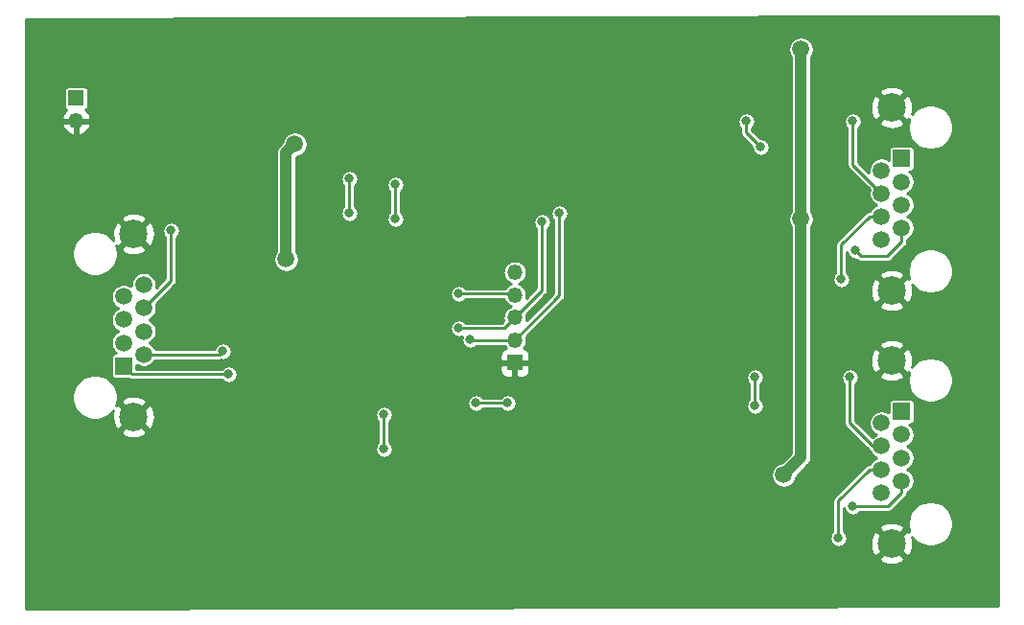
<source format=gbr>
%TF.GenerationSoftware,KiCad,Pcbnew,(5.1.2)-1*%
%TF.CreationDate,2019-06-15T17:16:06+02:00*%
%TF.ProjectId,i2s_rxtx,6932735f-7278-4747-982e-6b696361645f,rev?*%
%TF.SameCoordinates,Original*%
%TF.FileFunction,Copper,L2,Bot*%
%TF.FilePolarity,Positive*%
%FSLAX46Y46*%
G04 Gerber Fmt 4.6, Leading zero omitted, Abs format (unit mm)*
G04 Created by KiCad (PCBNEW (5.1.2)-1) date 2019-06-15 17:16:06*
%MOMM*%
%LPD*%
G04 APERTURE LIST*
%ADD10R,1.350000X1.350000*%
%ADD11O,1.350000X1.350000*%
%ADD12R,1.500000X1.500000*%
%ADD13C,1.500000*%
%ADD14C,2.500000*%
%ADD15C,0.800000*%
%ADD16C,1.000000*%
%ADD17C,0.250000*%
%ADD18C,0.254000*%
G04 APERTURE END LIST*
D10*
X50546000Y-46228000D03*
D11*
X50546000Y-48228000D03*
D12*
X54737000Y-69864000D03*
D13*
X54737000Y-67824000D03*
X54737000Y-65784000D03*
X54737000Y-63744000D03*
X56517000Y-68844000D03*
X56517000Y-66804000D03*
X56517000Y-64764000D03*
X56517000Y-62724000D03*
D14*
X55627000Y-58214000D03*
X55627000Y-74374000D03*
D10*
X89281000Y-69596000D03*
D11*
X89281000Y-67596000D03*
X89281000Y-65596000D03*
X89281000Y-63596000D03*
X89281000Y-61596000D03*
D14*
X122554000Y-47052000D03*
X122554000Y-63212000D03*
D13*
X121664000Y-58702000D03*
X121664000Y-56662000D03*
X121664000Y-54622000D03*
X121664000Y-52582000D03*
X123444000Y-57682000D03*
X123444000Y-55642000D03*
X123444000Y-53602000D03*
D12*
X123444000Y-51562000D03*
X123444000Y-73900000D03*
D13*
X123444000Y-75940000D03*
X123444000Y-77980000D03*
X123444000Y-80020000D03*
X121664000Y-74920000D03*
X121664000Y-76960000D03*
X121664000Y-79000000D03*
X121664000Y-81040000D03*
D14*
X122554000Y-85550000D03*
X122554000Y-69390000D03*
D13*
X114554000Y-56896000D03*
X113030000Y-79502000D03*
X114554000Y-41910000D03*
X69088000Y-60452000D03*
X69850000Y-50292000D03*
D15*
X76708000Y-60198000D03*
X75692000Y-69850000D03*
X82550000Y-68072000D03*
X67818000Y-67056000D03*
X112014000Y-77470000D03*
X102108000Y-72136000D03*
X100584000Y-81280000D03*
X94742000Y-72644000D03*
X101600000Y-59690000D03*
X102870000Y-50546000D03*
X112268000Y-55880000D03*
X94996000Y-52070000D03*
D13*
X65532000Y-48768000D03*
D15*
X74676000Y-53340000D03*
X74676000Y-56388000D03*
X88646000Y-73152000D03*
X85852000Y-73152000D03*
X84328000Y-63500000D03*
X78740000Y-53848000D03*
X78740000Y-56896000D03*
X58928000Y-57912000D03*
X77724000Y-77216000D03*
X77724000Y-74168000D03*
X91694000Y-57150000D03*
X84327996Y-66548000D03*
X85344000Y-67564008D03*
X93218000Y-56388000D03*
X64008000Y-70612000D03*
X63500000Y-68580000D03*
X110998000Y-50546000D03*
X109728000Y-48260000D03*
X119126000Y-48260000D03*
X118110000Y-62230000D03*
X119380000Y-59690000D03*
X110490000Y-73406000D03*
X110490000Y-70866000D03*
X118872000Y-70866000D03*
X117856000Y-85090000D03*
X119126000Y-82296000D03*
D16*
X114554000Y-56896000D02*
X114554000Y-77978000D01*
X114554000Y-77978000D02*
X113030000Y-79502000D01*
X114554000Y-56896000D02*
X114554000Y-41910000D01*
X69088000Y-60452000D02*
X69088000Y-51054000D01*
X69088000Y-51054000D02*
X69850000Y-50292000D01*
D17*
X74676000Y-53340000D02*
X74676000Y-56388000D01*
X88646000Y-73152000D02*
X85852000Y-73152000D01*
X89185000Y-63500000D02*
X89281000Y-63596000D01*
X84328000Y-63500000D02*
X89185000Y-63500000D01*
X78740000Y-53848000D02*
X78740000Y-56896000D01*
X58928000Y-61904002D02*
X58928000Y-57912000D01*
X56517000Y-64764000D02*
X58928000Y-62353000D01*
X58928000Y-62353000D02*
X58928000Y-61904002D01*
X77724000Y-77216000D02*
X77724000Y-74168000D01*
X91694000Y-62663002D02*
X91694000Y-57150000D01*
X89281000Y-65596000D02*
X91694000Y-63183000D01*
X91694000Y-63183000D02*
X91694000Y-62663002D01*
X88329000Y-66548000D02*
X84893681Y-66548000D01*
X89281000Y-65596000D02*
X88329000Y-66548000D01*
X84893681Y-66548000D02*
X84327996Y-66548000D01*
X89281000Y-67596000D02*
X85375992Y-67596000D01*
X85375992Y-67596000D02*
X85344000Y-67564008D01*
X93218000Y-56953685D02*
X93218000Y-56388000D01*
X89281000Y-67596000D02*
X93218000Y-63659000D01*
X93218000Y-63659000D02*
X93218000Y-56953685D01*
X55485000Y-70612000D02*
X64008000Y-70612000D01*
X54737000Y-69864000D02*
X55485000Y-70612000D01*
X56517000Y-68844000D02*
X63236000Y-68844000D01*
X63236000Y-68844000D02*
X63500000Y-68580000D01*
X110998000Y-50546000D02*
X109728000Y-49276000D01*
X109728000Y-49276000D02*
X109728000Y-48260000D01*
X119126000Y-51635002D02*
X119126000Y-48260000D01*
X121664000Y-54622000D02*
X119126000Y-52084000D01*
X119126000Y-52084000D02*
X119126000Y-51635002D01*
X118110000Y-59155340D02*
X118110000Y-62230000D01*
X121664000Y-56662000D02*
X120603340Y-56662000D01*
X120603340Y-56662000D02*
X118110000Y-59155340D01*
X119888000Y-60198000D02*
X119380000Y-59690000D01*
X122174000Y-60198000D02*
X119888000Y-60198000D01*
X123444000Y-57682000D02*
X123444000Y-58928000D01*
X123444000Y-58928000D02*
X122174000Y-60198000D01*
X110490000Y-73406000D02*
X110490000Y-70866000D01*
X118872000Y-73719002D02*
X118872000Y-70866000D01*
X118872000Y-74930000D02*
X118872000Y-73719002D01*
X121664000Y-76960000D02*
X120902000Y-76960000D01*
X120902000Y-76960000D02*
X118872000Y-74930000D01*
X120603340Y-79000000D02*
X117856000Y-81747340D01*
X121664000Y-79000000D02*
X120603340Y-79000000D01*
X117856000Y-81747340D02*
X117856000Y-85090000D01*
X123444000Y-81080660D02*
X122228660Y-82296000D01*
X119691685Y-82296000D02*
X119126000Y-82296000D01*
X123444000Y-80020000D02*
X123444000Y-81080660D01*
X122228660Y-82296000D02*
X119691685Y-82296000D01*
D18*
G36*
X131953000Y-91059375D02*
G01*
X46101000Y-91312625D01*
X46101000Y-86863605D01*
X121420000Y-86863605D01*
X121545914Y-87153577D01*
X121878126Y-87319433D01*
X122236312Y-87417290D01*
X122606706Y-87443389D01*
X122975075Y-87396725D01*
X123327262Y-87279094D01*
X123562086Y-87153577D01*
X123688000Y-86863605D01*
X122554000Y-85729605D01*
X121420000Y-86863605D01*
X46101000Y-86863605D01*
X46101000Y-85013078D01*
X117075000Y-85013078D01*
X117075000Y-85166922D01*
X117105013Y-85317809D01*
X117163887Y-85459942D01*
X117249358Y-85587859D01*
X117358141Y-85696642D01*
X117486058Y-85782113D01*
X117628191Y-85840987D01*
X117779078Y-85871000D01*
X117932922Y-85871000D01*
X118083809Y-85840987D01*
X118225942Y-85782113D01*
X118353859Y-85696642D01*
X118447795Y-85602706D01*
X120660611Y-85602706D01*
X120707275Y-85971075D01*
X120824906Y-86323262D01*
X120950423Y-86558086D01*
X121240395Y-86684000D01*
X122374395Y-85550000D01*
X122733605Y-85550000D01*
X123867605Y-86684000D01*
X124157577Y-86558086D01*
X124323433Y-86225874D01*
X124421290Y-85867688D01*
X124447389Y-85497294D01*
X124400725Y-85128925D01*
X124355473Y-84993442D01*
X124425838Y-85098750D01*
X124705250Y-85378162D01*
X125033803Y-85597694D01*
X125398871Y-85748910D01*
X125786426Y-85826000D01*
X126181574Y-85826000D01*
X126569129Y-85748910D01*
X126934197Y-85597694D01*
X127262750Y-85378162D01*
X127542162Y-85098750D01*
X127761694Y-84770197D01*
X127912910Y-84405129D01*
X127990000Y-84017574D01*
X127990000Y-83622426D01*
X127912910Y-83234871D01*
X127761694Y-82869803D01*
X127542162Y-82541250D01*
X127262750Y-82261838D01*
X126934197Y-82042306D01*
X126569129Y-81891090D01*
X126181574Y-81814000D01*
X125786426Y-81814000D01*
X125398871Y-81891090D01*
X125033803Y-82042306D01*
X124705250Y-82261838D01*
X124425838Y-82541250D01*
X124206306Y-82869803D01*
X124055090Y-83234871D01*
X123978000Y-83622426D01*
X123978000Y-84017574D01*
X124055090Y-84405129D01*
X124101698Y-84517650D01*
X123867605Y-84416000D01*
X122733605Y-85550000D01*
X122374395Y-85550000D01*
X121240395Y-84416000D01*
X120950423Y-84541914D01*
X120784567Y-84874126D01*
X120686710Y-85232312D01*
X120660611Y-85602706D01*
X118447795Y-85602706D01*
X118462642Y-85587859D01*
X118548113Y-85459942D01*
X118606987Y-85317809D01*
X118637000Y-85166922D01*
X118637000Y-85013078D01*
X118606987Y-84862191D01*
X118548113Y-84720058D01*
X118462642Y-84592141D01*
X118362000Y-84491499D01*
X118362000Y-84236395D01*
X121420000Y-84236395D01*
X122554000Y-85370395D01*
X123688000Y-84236395D01*
X123562086Y-83946423D01*
X123229874Y-83780567D01*
X122871688Y-83682710D01*
X122501294Y-83656611D01*
X122132925Y-83703275D01*
X121780738Y-83820906D01*
X121545914Y-83946423D01*
X121420000Y-84236395D01*
X118362000Y-84236395D01*
X118362000Y-82458388D01*
X118375013Y-82523809D01*
X118433887Y-82665942D01*
X118519358Y-82793859D01*
X118628141Y-82902642D01*
X118756058Y-82988113D01*
X118898191Y-83046987D01*
X119049078Y-83077000D01*
X119202922Y-83077000D01*
X119353809Y-83046987D01*
X119495942Y-82988113D01*
X119623859Y-82902642D01*
X119724501Y-82802000D01*
X122203814Y-82802000D01*
X122228660Y-82804447D01*
X122253506Y-82802000D01*
X122253514Y-82802000D01*
X122327853Y-82794678D01*
X122423235Y-82765745D01*
X122511139Y-82718759D01*
X122588187Y-82655527D01*
X122604036Y-82636215D01*
X123784220Y-81456032D01*
X123803527Y-81440187D01*
X123866759Y-81363139D01*
X123913745Y-81275235D01*
X123942678Y-81179853D01*
X123950000Y-81105514D01*
X123950000Y-81105507D01*
X123952447Y-81080661D01*
X123950000Y-81055815D01*
X123950000Y-81034593D01*
X123979729Y-81022279D01*
X124164970Y-80898505D01*
X124322505Y-80740970D01*
X124446279Y-80555729D01*
X124531536Y-80349900D01*
X124575000Y-80131394D01*
X124575000Y-79908606D01*
X124531536Y-79690100D01*
X124446279Y-79484271D01*
X124322505Y-79299030D01*
X124164970Y-79141495D01*
X123979729Y-79017721D01*
X123936947Y-79000000D01*
X123979729Y-78982279D01*
X124164970Y-78858505D01*
X124322505Y-78700970D01*
X124446279Y-78515729D01*
X124531536Y-78309900D01*
X124575000Y-78091394D01*
X124575000Y-77868606D01*
X124531536Y-77650100D01*
X124446279Y-77444271D01*
X124322505Y-77259030D01*
X124164970Y-77101495D01*
X123979729Y-76977721D01*
X123936947Y-76960000D01*
X123979729Y-76942279D01*
X124164970Y-76818505D01*
X124322505Y-76660970D01*
X124446279Y-76475729D01*
X124531536Y-76269900D01*
X124575000Y-76051394D01*
X124575000Y-75828606D01*
X124531536Y-75610100D01*
X124446279Y-75404271D01*
X124322505Y-75219030D01*
X124164970Y-75061495D01*
X124122089Y-75032843D01*
X124194000Y-75032843D01*
X124268689Y-75025487D01*
X124340508Y-75003701D01*
X124406696Y-74968322D01*
X124464711Y-74920711D01*
X124512322Y-74862696D01*
X124547701Y-74796508D01*
X124569487Y-74724689D01*
X124576843Y-74650000D01*
X124576843Y-73150000D01*
X124569487Y-73075311D01*
X124547701Y-73003492D01*
X124512322Y-72937304D01*
X124464711Y-72879289D01*
X124406696Y-72831678D01*
X124340508Y-72796299D01*
X124268689Y-72774513D01*
X124194000Y-72767157D01*
X122694000Y-72767157D01*
X122619311Y-72774513D01*
X122547492Y-72796299D01*
X122481304Y-72831678D01*
X122423289Y-72879289D01*
X122375678Y-72937304D01*
X122340299Y-73003492D01*
X122318513Y-73075311D01*
X122311157Y-73150000D01*
X122311157Y-73992175D01*
X122199729Y-73917721D01*
X121993900Y-73832464D01*
X121775394Y-73789000D01*
X121552606Y-73789000D01*
X121334100Y-73832464D01*
X121128271Y-73917721D01*
X120943030Y-74041495D01*
X120785495Y-74199030D01*
X120661721Y-74384271D01*
X120576464Y-74590100D01*
X120533000Y-74808606D01*
X120533000Y-75031394D01*
X120576464Y-75249900D01*
X120661721Y-75455729D01*
X120785495Y-75640970D01*
X120943030Y-75798505D01*
X121128271Y-75922279D01*
X121171053Y-75940000D01*
X121128271Y-75957721D01*
X120943030Y-76081495D01*
X120841058Y-76183467D01*
X119378000Y-74720409D01*
X119378000Y-71464501D01*
X119478642Y-71363859D01*
X119564113Y-71235942D01*
X119622987Y-71093809D01*
X119653000Y-70942922D01*
X119653000Y-70789078D01*
X119635999Y-70703605D01*
X121420000Y-70703605D01*
X121545914Y-70993577D01*
X121878126Y-71159433D01*
X122236312Y-71257290D01*
X122606706Y-71283389D01*
X122975075Y-71236725D01*
X123327262Y-71119094D01*
X123562086Y-70993577D01*
X123688000Y-70703605D01*
X122554000Y-69569605D01*
X121420000Y-70703605D01*
X119635999Y-70703605D01*
X119622987Y-70638191D01*
X119564113Y-70496058D01*
X119478642Y-70368141D01*
X119369859Y-70259358D01*
X119241942Y-70173887D01*
X119099809Y-70115013D01*
X118948922Y-70085000D01*
X118795078Y-70085000D01*
X118644191Y-70115013D01*
X118502058Y-70173887D01*
X118374141Y-70259358D01*
X118265358Y-70368141D01*
X118179887Y-70496058D01*
X118121013Y-70638191D01*
X118091000Y-70789078D01*
X118091000Y-70942922D01*
X118121013Y-71093809D01*
X118179887Y-71235942D01*
X118265358Y-71363859D01*
X118366001Y-71464502D01*
X118366000Y-73743855D01*
X118366001Y-73743865D01*
X118366000Y-74905153D01*
X118363553Y-74930000D01*
X118366000Y-74954846D01*
X118366000Y-74954853D01*
X118373322Y-75029192D01*
X118402255Y-75124574D01*
X118449241Y-75212479D01*
X118512473Y-75289527D01*
X118531785Y-75305376D01*
X120526628Y-77300220D01*
X120542473Y-77319527D01*
X120612562Y-77377048D01*
X120661721Y-77495729D01*
X120785495Y-77680970D01*
X120943030Y-77838505D01*
X121128271Y-77962279D01*
X121171053Y-77980000D01*
X121128271Y-77997721D01*
X120943030Y-78121495D01*
X120785495Y-78279030D01*
X120661721Y-78464271D01*
X120649407Y-78494000D01*
X120628185Y-78494000D01*
X120603339Y-78491553D01*
X120578493Y-78494000D01*
X120578486Y-78494000D01*
X120520402Y-78499721D01*
X120504146Y-78501322D01*
X120481947Y-78508056D01*
X120408765Y-78530255D01*
X120320861Y-78577241D01*
X120243813Y-78640473D01*
X120227968Y-78659780D01*
X117515785Y-81371964D01*
X117496473Y-81387813D01*
X117433241Y-81464861D01*
X117386255Y-81552766D01*
X117357322Y-81648148D01*
X117350000Y-81722487D01*
X117350000Y-81722494D01*
X117347553Y-81747340D01*
X117350000Y-81772186D01*
X117350001Y-84491498D01*
X117249358Y-84592141D01*
X117163887Y-84720058D01*
X117105013Y-84862191D01*
X117075000Y-85013078D01*
X46101000Y-85013078D01*
X46101000Y-79390606D01*
X111899000Y-79390606D01*
X111899000Y-79613394D01*
X111942464Y-79831900D01*
X112027721Y-80037729D01*
X112151495Y-80222970D01*
X112309030Y-80380505D01*
X112494271Y-80504279D01*
X112700100Y-80589536D01*
X112918606Y-80633000D01*
X113141394Y-80633000D01*
X113359900Y-80589536D01*
X113565729Y-80504279D01*
X113750970Y-80380505D01*
X113908505Y-80222970D01*
X114032279Y-80037729D01*
X114117536Y-79831900D01*
X114160124Y-79617797D01*
X115146361Y-78631561D01*
X115179975Y-78603975D01*
X115252396Y-78515729D01*
X115290068Y-78469826D01*
X115371874Y-78316776D01*
X115371875Y-78316775D01*
X115422252Y-78150706D01*
X115435000Y-78021273D01*
X115435000Y-78021271D01*
X115439262Y-77978001D01*
X115435000Y-77934731D01*
X115435000Y-69442706D01*
X120660611Y-69442706D01*
X120707275Y-69811075D01*
X120824906Y-70163262D01*
X120950423Y-70398086D01*
X121240395Y-70524000D01*
X122374395Y-69390000D01*
X122733605Y-69390000D01*
X123867605Y-70524000D01*
X124101698Y-70422350D01*
X124055090Y-70534871D01*
X123978000Y-70922426D01*
X123978000Y-71317574D01*
X124055090Y-71705129D01*
X124206306Y-72070197D01*
X124425838Y-72398750D01*
X124705250Y-72678162D01*
X125033803Y-72897694D01*
X125398871Y-73048910D01*
X125786426Y-73126000D01*
X126181574Y-73126000D01*
X126569129Y-73048910D01*
X126934197Y-72897694D01*
X127262750Y-72678162D01*
X127542162Y-72398750D01*
X127761694Y-72070197D01*
X127912910Y-71705129D01*
X127990000Y-71317574D01*
X127990000Y-70922426D01*
X127912910Y-70534871D01*
X127761694Y-70169803D01*
X127542162Y-69841250D01*
X127262750Y-69561838D01*
X126934197Y-69342306D01*
X126569129Y-69191090D01*
X126181574Y-69114000D01*
X125786426Y-69114000D01*
X125398871Y-69191090D01*
X125033803Y-69342306D01*
X124705250Y-69561838D01*
X124425838Y-69841250D01*
X124356415Y-69945148D01*
X124421290Y-69707688D01*
X124447389Y-69337294D01*
X124400725Y-68968925D01*
X124283094Y-68616738D01*
X124157577Y-68381914D01*
X123867605Y-68256000D01*
X122733605Y-69390000D01*
X122374395Y-69390000D01*
X121240395Y-68256000D01*
X120950423Y-68381914D01*
X120784567Y-68714126D01*
X120686710Y-69072312D01*
X120660611Y-69442706D01*
X115435000Y-69442706D01*
X115435000Y-68076395D01*
X121420000Y-68076395D01*
X122554000Y-69210395D01*
X123688000Y-68076395D01*
X123562086Y-67786423D01*
X123229874Y-67620567D01*
X122871688Y-67522710D01*
X122501294Y-67496611D01*
X122132925Y-67543275D01*
X121780738Y-67660906D01*
X121545914Y-67786423D01*
X121420000Y-68076395D01*
X115435000Y-68076395D01*
X115435000Y-64525605D01*
X121420000Y-64525605D01*
X121545914Y-64815577D01*
X121878126Y-64981433D01*
X122236312Y-65079290D01*
X122606706Y-65105389D01*
X122975075Y-65058725D01*
X123327262Y-64941094D01*
X123562086Y-64815577D01*
X123688000Y-64525605D01*
X122554000Y-63391605D01*
X121420000Y-64525605D01*
X115435000Y-64525605D01*
X115435000Y-63264706D01*
X120660611Y-63264706D01*
X120707275Y-63633075D01*
X120824906Y-63985262D01*
X120950423Y-64220086D01*
X121240395Y-64346000D01*
X122374395Y-63212000D01*
X122733605Y-63212000D01*
X123867605Y-64346000D01*
X124157577Y-64220086D01*
X124323433Y-63887874D01*
X124421290Y-63529688D01*
X124447389Y-63159294D01*
X124400725Y-62790925D01*
X124355473Y-62655442D01*
X124425838Y-62760750D01*
X124705250Y-63040162D01*
X125033803Y-63259694D01*
X125398871Y-63410910D01*
X125786426Y-63488000D01*
X126181574Y-63488000D01*
X126569129Y-63410910D01*
X126934197Y-63259694D01*
X127262750Y-63040162D01*
X127542162Y-62760750D01*
X127761694Y-62432197D01*
X127912910Y-62067129D01*
X127990000Y-61679574D01*
X127990000Y-61284426D01*
X127912910Y-60896871D01*
X127761694Y-60531803D01*
X127542162Y-60203250D01*
X127262750Y-59923838D01*
X126934197Y-59704306D01*
X126569129Y-59553090D01*
X126181574Y-59476000D01*
X125786426Y-59476000D01*
X125398871Y-59553090D01*
X125033803Y-59704306D01*
X124705250Y-59923838D01*
X124425838Y-60203250D01*
X124206306Y-60531803D01*
X124055090Y-60896871D01*
X123978000Y-61284426D01*
X123978000Y-61679574D01*
X124055090Y-62067129D01*
X124101698Y-62179650D01*
X123867605Y-62078000D01*
X122733605Y-63212000D01*
X122374395Y-63212000D01*
X121240395Y-62078000D01*
X120950423Y-62203914D01*
X120784567Y-62536126D01*
X120686710Y-62894312D01*
X120660611Y-63264706D01*
X115435000Y-63264706D01*
X115435000Y-62153078D01*
X117329000Y-62153078D01*
X117329000Y-62306922D01*
X117359013Y-62457809D01*
X117417887Y-62599942D01*
X117503358Y-62727859D01*
X117612141Y-62836642D01*
X117740058Y-62922113D01*
X117882191Y-62980987D01*
X118033078Y-63011000D01*
X118186922Y-63011000D01*
X118337809Y-62980987D01*
X118479942Y-62922113D01*
X118607859Y-62836642D01*
X118716642Y-62727859D01*
X118802113Y-62599942D01*
X118860987Y-62457809D01*
X118891000Y-62306922D01*
X118891000Y-62153078D01*
X118860987Y-62002191D01*
X118817993Y-61898395D01*
X121420000Y-61898395D01*
X122554000Y-63032395D01*
X123688000Y-61898395D01*
X123562086Y-61608423D01*
X123229874Y-61442567D01*
X122871688Y-61344710D01*
X122501294Y-61318611D01*
X122132925Y-61365275D01*
X121780738Y-61482906D01*
X121545914Y-61608423D01*
X121420000Y-61898395D01*
X118817993Y-61898395D01*
X118802113Y-61860058D01*
X118716642Y-61732141D01*
X118616000Y-61631499D01*
X118616000Y-59852388D01*
X118629013Y-59917809D01*
X118687887Y-60059942D01*
X118773358Y-60187859D01*
X118882141Y-60296642D01*
X119010058Y-60382113D01*
X119152191Y-60440987D01*
X119303078Y-60471000D01*
X119445408Y-60471000D01*
X119512628Y-60538220D01*
X119528473Y-60557527D01*
X119605521Y-60620759D01*
X119693425Y-60667745D01*
X119766607Y-60689944D01*
X119788806Y-60696678D01*
X119798694Y-60697652D01*
X119863146Y-60704000D01*
X119863153Y-60704000D01*
X119887999Y-60706447D01*
X119912845Y-60704000D01*
X122149154Y-60704000D01*
X122174000Y-60706447D01*
X122198846Y-60704000D01*
X122198854Y-60704000D01*
X122273193Y-60696678D01*
X122368575Y-60667745D01*
X122456479Y-60620759D01*
X122533527Y-60557527D01*
X122549376Y-60538215D01*
X123784220Y-59303372D01*
X123803527Y-59287527D01*
X123866759Y-59210479D01*
X123913745Y-59122575D01*
X123942678Y-59027193D01*
X123950000Y-58952854D01*
X123950000Y-58952847D01*
X123952447Y-58928001D01*
X123950000Y-58903155D01*
X123950000Y-58696593D01*
X123979729Y-58684279D01*
X124164970Y-58560505D01*
X124322505Y-58402970D01*
X124446279Y-58217729D01*
X124531536Y-58011900D01*
X124575000Y-57793394D01*
X124575000Y-57570606D01*
X124531536Y-57352100D01*
X124446279Y-57146271D01*
X124322505Y-56961030D01*
X124164970Y-56803495D01*
X123979729Y-56679721D01*
X123936947Y-56662000D01*
X123979729Y-56644279D01*
X124164970Y-56520505D01*
X124322505Y-56362970D01*
X124446279Y-56177729D01*
X124531536Y-55971900D01*
X124575000Y-55753394D01*
X124575000Y-55530606D01*
X124531536Y-55312100D01*
X124446279Y-55106271D01*
X124322505Y-54921030D01*
X124164970Y-54763495D01*
X123979729Y-54639721D01*
X123936947Y-54622000D01*
X123979729Y-54604279D01*
X124164970Y-54480505D01*
X124322505Y-54322970D01*
X124446279Y-54137729D01*
X124531536Y-53931900D01*
X124575000Y-53713394D01*
X124575000Y-53490606D01*
X124531536Y-53272100D01*
X124446279Y-53066271D01*
X124322505Y-52881030D01*
X124164970Y-52723495D01*
X124122089Y-52694843D01*
X124194000Y-52694843D01*
X124268689Y-52687487D01*
X124340508Y-52665701D01*
X124406696Y-52630322D01*
X124464711Y-52582711D01*
X124512322Y-52524696D01*
X124547701Y-52458508D01*
X124569487Y-52386689D01*
X124576843Y-52312000D01*
X124576843Y-50812000D01*
X124569487Y-50737311D01*
X124547701Y-50665492D01*
X124512322Y-50599304D01*
X124464711Y-50541289D01*
X124406696Y-50493678D01*
X124340508Y-50458299D01*
X124268689Y-50436513D01*
X124194000Y-50429157D01*
X122694000Y-50429157D01*
X122619311Y-50436513D01*
X122547492Y-50458299D01*
X122481304Y-50493678D01*
X122423289Y-50541289D01*
X122375678Y-50599304D01*
X122340299Y-50665492D01*
X122318513Y-50737311D01*
X122311157Y-50812000D01*
X122311157Y-51654175D01*
X122199729Y-51579721D01*
X121993900Y-51494464D01*
X121775394Y-51451000D01*
X121552606Y-51451000D01*
X121334100Y-51494464D01*
X121128271Y-51579721D01*
X120943030Y-51703495D01*
X120785495Y-51861030D01*
X120661721Y-52046271D01*
X120576464Y-52252100D01*
X120533000Y-52470606D01*
X120533000Y-52693394D01*
X120553365Y-52795773D01*
X119632000Y-51874409D01*
X119632000Y-48858501D01*
X119732642Y-48757859D01*
X119818113Y-48629942D01*
X119876987Y-48487809D01*
X119901294Y-48365605D01*
X121420000Y-48365605D01*
X121545914Y-48655577D01*
X121878126Y-48821433D01*
X122236312Y-48919290D01*
X122606706Y-48945389D01*
X122975075Y-48898725D01*
X123327262Y-48781094D01*
X123562086Y-48655577D01*
X123688000Y-48365605D01*
X122554000Y-47231605D01*
X121420000Y-48365605D01*
X119901294Y-48365605D01*
X119907000Y-48336922D01*
X119907000Y-48183078D01*
X119876987Y-48032191D01*
X119818113Y-47890058D01*
X119732642Y-47762141D01*
X119623859Y-47653358D01*
X119495942Y-47567887D01*
X119353809Y-47509013D01*
X119202922Y-47479000D01*
X119049078Y-47479000D01*
X118898191Y-47509013D01*
X118756058Y-47567887D01*
X118628141Y-47653358D01*
X118519358Y-47762141D01*
X118433887Y-47890058D01*
X118375013Y-48032191D01*
X118345000Y-48183078D01*
X118345000Y-48336922D01*
X118375013Y-48487809D01*
X118433887Y-48629942D01*
X118519358Y-48757859D01*
X118620001Y-48858502D01*
X118620000Y-51610148D01*
X118620000Y-52059154D01*
X118617553Y-52084000D01*
X118620000Y-52108846D01*
X118620000Y-52108853D01*
X118627322Y-52183192D01*
X118656255Y-52278574D01*
X118703241Y-52366479D01*
X118766473Y-52443527D01*
X118785785Y-52459376D01*
X120588778Y-54262370D01*
X120576464Y-54292100D01*
X120533000Y-54510606D01*
X120533000Y-54733394D01*
X120576464Y-54951900D01*
X120661721Y-55157729D01*
X120785495Y-55342970D01*
X120943030Y-55500505D01*
X121128271Y-55624279D01*
X121171053Y-55642000D01*
X121128271Y-55659721D01*
X120943030Y-55783495D01*
X120785495Y-55941030D01*
X120661721Y-56126271D01*
X120649407Y-56156000D01*
X120628185Y-56156000D01*
X120603339Y-56153553D01*
X120578493Y-56156000D01*
X120578486Y-56156000D01*
X120514034Y-56162348D01*
X120504146Y-56163322D01*
X120456652Y-56177729D01*
X120408765Y-56192255D01*
X120320861Y-56239241D01*
X120243813Y-56302473D01*
X120227968Y-56321780D01*
X117769785Y-58779964D01*
X117750473Y-58795813D01*
X117687241Y-58872861D01*
X117640255Y-58960766D01*
X117611322Y-59056148D01*
X117604000Y-59130487D01*
X117604000Y-59130494D01*
X117601553Y-59155340D01*
X117604000Y-59180186D01*
X117604001Y-61631498D01*
X117503358Y-61732141D01*
X117417887Y-61860058D01*
X117359013Y-62002191D01*
X117329000Y-62153078D01*
X115435000Y-62153078D01*
X115435000Y-57613236D01*
X115556279Y-57431729D01*
X115641536Y-57225900D01*
X115685000Y-57007394D01*
X115685000Y-56784606D01*
X115641536Y-56566100D01*
X115556279Y-56360271D01*
X115435000Y-56178764D01*
X115435000Y-47104706D01*
X120660611Y-47104706D01*
X120707275Y-47473075D01*
X120824906Y-47825262D01*
X120950423Y-48060086D01*
X121240395Y-48186000D01*
X122374395Y-47052000D01*
X122733605Y-47052000D01*
X123867605Y-48186000D01*
X124101698Y-48084350D01*
X124055090Y-48196871D01*
X123978000Y-48584426D01*
X123978000Y-48979574D01*
X124055090Y-49367129D01*
X124206306Y-49732197D01*
X124425838Y-50060750D01*
X124705250Y-50340162D01*
X125033803Y-50559694D01*
X125398871Y-50710910D01*
X125786426Y-50788000D01*
X126181574Y-50788000D01*
X126569129Y-50710910D01*
X126934197Y-50559694D01*
X127262750Y-50340162D01*
X127542162Y-50060750D01*
X127761694Y-49732197D01*
X127912910Y-49367129D01*
X127990000Y-48979574D01*
X127990000Y-48584426D01*
X127912910Y-48196871D01*
X127761694Y-47831803D01*
X127542162Y-47503250D01*
X127262750Y-47223838D01*
X126934197Y-47004306D01*
X126569129Y-46853090D01*
X126181574Y-46776000D01*
X125786426Y-46776000D01*
X125398871Y-46853090D01*
X125033803Y-47004306D01*
X124705250Y-47223838D01*
X124425838Y-47503250D01*
X124356415Y-47607148D01*
X124421290Y-47369688D01*
X124447389Y-46999294D01*
X124400725Y-46630925D01*
X124283094Y-46278738D01*
X124157577Y-46043914D01*
X123867605Y-45918000D01*
X122733605Y-47052000D01*
X122374395Y-47052000D01*
X121240395Y-45918000D01*
X120950423Y-46043914D01*
X120784567Y-46376126D01*
X120686710Y-46734312D01*
X120660611Y-47104706D01*
X115435000Y-47104706D01*
X115435000Y-45738395D01*
X121420000Y-45738395D01*
X122554000Y-46872395D01*
X123688000Y-45738395D01*
X123562086Y-45448423D01*
X123229874Y-45282567D01*
X122871688Y-45184710D01*
X122501294Y-45158611D01*
X122132925Y-45205275D01*
X121780738Y-45322906D01*
X121545914Y-45448423D01*
X121420000Y-45738395D01*
X115435000Y-45738395D01*
X115435000Y-42627236D01*
X115556279Y-42445729D01*
X115641536Y-42239900D01*
X115685000Y-42021394D01*
X115685000Y-41798606D01*
X115641536Y-41580100D01*
X115556279Y-41374271D01*
X115432505Y-41189030D01*
X115274970Y-41031495D01*
X115089729Y-40907721D01*
X114883900Y-40822464D01*
X114665394Y-40779000D01*
X114442606Y-40779000D01*
X114224100Y-40822464D01*
X114018271Y-40907721D01*
X113833030Y-41031495D01*
X113675495Y-41189030D01*
X113551721Y-41374271D01*
X113466464Y-41580100D01*
X113423000Y-41798606D01*
X113423000Y-42021394D01*
X113466464Y-42239900D01*
X113551721Y-42445729D01*
X113673001Y-42627237D01*
X113673000Y-56178764D01*
X113551721Y-56360271D01*
X113466464Y-56566100D01*
X113423000Y-56784606D01*
X113423000Y-57007394D01*
X113466464Y-57225900D01*
X113551721Y-57431729D01*
X113673000Y-57613236D01*
X113673001Y-77613077D01*
X112914203Y-78371876D01*
X112700100Y-78414464D01*
X112494271Y-78499721D01*
X112309030Y-78623495D01*
X112151495Y-78781030D01*
X112027721Y-78966271D01*
X111942464Y-79172100D01*
X111899000Y-79390606D01*
X46101000Y-79390606D01*
X46101000Y-75687605D01*
X54493000Y-75687605D01*
X54618914Y-75977577D01*
X54951126Y-76143433D01*
X55309312Y-76241290D01*
X55679706Y-76267389D01*
X56048075Y-76220725D01*
X56400262Y-76103094D01*
X56635086Y-75977577D01*
X56761000Y-75687605D01*
X55627000Y-74553605D01*
X54493000Y-75687605D01*
X46101000Y-75687605D01*
X46101000Y-72446426D01*
X50191000Y-72446426D01*
X50191000Y-72841574D01*
X50268090Y-73229129D01*
X50419306Y-73594197D01*
X50638838Y-73922750D01*
X50918250Y-74202162D01*
X51246803Y-74421694D01*
X51611871Y-74572910D01*
X51999426Y-74650000D01*
X52394574Y-74650000D01*
X52782129Y-74572910D01*
X53147197Y-74421694D01*
X53475750Y-74202162D01*
X53755162Y-73922750D01*
X53824585Y-73818852D01*
X53759710Y-74056312D01*
X53733611Y-74426706D01*
X53780275Y-74795075D01*
X53897906Y-75147262D01*
X54023423Y-75382086D01*
X54313395Y-75508000D01*
X55447395Y-74374000D01*
X55806605Y-74374000D01*
X56940605Y-75508000D01*
X57230577Y-75382086D01*
X57396433Y-75049874D01*
X57494290Y-74691688D01*
X57520389Y-74321294D01*
X57491226Y-74091078D01*
X76943000Y-74091078D01*
X76943000Y-74244922D01*
X76973013Y-74395809D01*
X77031887Y-74537942D01*
X77117358Y-74665859D01*
X77218001Y-74766502D01*
X77218000Y-76617499D01*
X77117358Y-76718141D01*
X77031887Y-76846058D01*
X76973013Y-76988191D01*
X76943000Y-77139078D01*
X76943000Y-77292922D01*
X76973013Y-77443809D01*
X77031887Y-77585942D01*
X77117358Y-77713859D01*
X77226141Y-77822642D01*
X77354058Y-77908113D01*
X77496191Y-77966987D01*
X77647078Y-77997000D01*
X77800922Y-77997000D01*
X77951809Y-77966987D01*
X78093942Y-77908113D01*
X78221859Y-77822642D01*
X78330642Y-77713859D01*
X78416113Y-77585942D01*
X78474987Y-77443809D01*
X78505000Y-77292922D01*
X78505000Y-77139078D01*
X78474987Y-76988191D01*
X78416113Y-76846058D01*
X78330642Y-76718141D01*
X78230000Y-76617499D01*
X78230000Y-74766501D01*
X78330642Y-74665859D01*
X78416113Y-74537942D01*
X78474987Y-74395809D01*
X78505000Y-74244922D01*
X78505000Y-74091078D01*
X78474987Y-73940191D01*
X78416113Y-73798058D01*
X78330642Y-73670141D01*
X78221859Y-73561358D01*
X78093942Y-73475887D01*
X77951809Y-73417013D01*
X77800922Y-73387000D01*
X77647078Y-73387000D01*
X77496191Y-73417013D01*
X77354058Y-73475887D01*
X77226141Y-73561358D01*
X77117358Y-73670141D01*
X77031887Y-73798058D01*
X76973013Y-73940191D01*
X76943000Y-74091078D01*
X57491226Y-74091078D01*
X57473725Y-73952925D01*
X57356094Y-73600738D01*
X57230577Y-73365914D01*
X56940605Y-73240000D01*
X55806605Y-74374000D01*
X55447395Y-74374000D01*
X54313395Y-73240000D01*
X54079302Y-73341650D01*
X54125910Y-73229129D01*
X54159473Y-73060395D01*
X54493000Y-73060395D01*
X55627000Y-74194395D01*
X56746317Y-73075078D01*
X85071000Y-73075078D01*
X85071000Y-73228922D01*
X85101013Y-73379809D01*
X85159887Y-73521942D01*
X85245358Y-73649859D01*
X85354141Y-73758642D01*
X85482058Y-73844113D01*
X85624191Y-73902987D01*
X85775078Y-73933000D01*
X85928922Y-73933000D01*
X86079809Y-73902987D01*
X86221942Y-73844113D01*
X86349859Y-73758642D01*
X86450501Y-73658000D01*
X88047499Y-73658000D01*
X88148141Y-73758642D01*
X88276058Y-73844113D01*
X88418191Y-73902987D01*
X88569078Y-73933000D01*
X88722922Y-73933000D01*
X88873809Y-73902987D01*
X89015942Y-73844113D01*
X89143859Y-73758642D01*
X89252642Y-73649859D01*
X89338113Y-73521942D01*
X89396987Y-73379809D01*
X89427000Y-73228922D01*
X89427000Y-73075078D01*
X89396987Y-72924191D01*
X89338113Y-72782058D01*
X89252642Y-72654141D01*
X89143859Y-72545358D01*
X89015942Y-72459887D01*
X88873809Y-72401013D01*
X88722922Y-72371000D01*
X88569078Y-72371000D01*
X88418191Y-72401013D01*
X88276058Y-72459887D01*
X88148141Y-72545358D01*
X88047499Y-72646000D01*
X86450501Y-72646000D01*
X86349859Y-72545358D01*
X86221942Y-72459887D01*
X86079809Y-72401013D01*
X85928922Y-72371000D01*
X85775078Y-72371000D01*
X85624191Y-72401013D01*
X85482058Y-72459887D01*
X85354141Y-72545358D01*
X85245358Y-72654141D01*
X85159887Y-72782058D01*
X85101013Y-72924191D01*
X85071000Y-73075078D01*
X56746317Y-73075078D01*
X56761000Y-73060395D01*
X56635086Y-72770423D01*
X56302874Y-72604567D01*
X55944688Y-72506710D01*
X55574294Y-72480611D01*
X55205925Y-72527275D01*
X54853738Y-72644906D01*
X54618914Y-72770423D01*
X54493000Y-73060395D01*
X54159473Y-73060395D01*
X54203000Y-72841574D01*
X54203000Y-72446426D01*
X54125910Y-72058871D01*
X53974694Y-71693803D01*
X53755162Y-71365250D01*
X53475750Y-71085838D01*
X53147197Y-70866306D01*
X52782129Y-70715090D01*
X52394574Y-70638000D01*
X51999426Y-70638000D01*
X51611871Y-70715090D01*
X51246803Y-70866306D01*
X50918250Y-71085838D01*
X50638838Y-71365250D01*
X50419306Y-71693803D01*
X50268090Y-72058871D01*
X50191000Y-72446426D01*
X46101000Y-72446426D01*
X46101000Y-69114000D01*
X53604157Y-69114000D01*
X53604157Y-70614000D01*
X53611513Y-70688689D01*
X53633299Y-70760508D01*
X53668678Y-70826696D01*
X53716289Y-70884711D01*
X53774304Y-70932322D01*
X53840492Y-70967701D01*
X53912311Y-70989487D01*
X53987000Y-70996843D01*
X55156320Y-70996843D01*
X55202521Y-71034759D01*
X55290425Y-71081745D01*
X55385807Y-71110678D01*
X55485000Y-71120448D01*
X55509854Y-71118000D01*
X63409499Y-71118000D01*
X63510141Y-71218642D01*
X63638058Y-71304113D01*
X63780191Y-71362987D01*
X63931078Y-71393000D01*
X64084922Y-71393000D01*
X64235809Y-71362987D01*
X64377942Y-71304113D01*
X64505859Y-71218642D01*
X64614642Y-71109859D01*
X64700113Y-70981942D01*
X64758987Y-70839809D01*
X64789000Y-70688922D01*
X64789000Y-70535078D01*
X64758987Y-70384191D01*
X64712102Y-70271000D01*
X87967928Y-70271000D01*
X87980188Y-70395482D01*
X88016498Y-70515180D01*
X88075463Y-70625494D01*
X88154815Y-70722185D01*
X88251506Y-70801537D01*
X88361820Y-70860502D01*
X88481518Y-70896812D01*
X88606000Y-70909072D01*
X88995250Y-70906000D01*
X89154000Y-70747250D01*
X89154000Y-69723000D01*
X89408000Y-69723000D01*
X89408000Y-70747250D01*
X89566750Y-70906000D01*
X89956000Y-70909072D01*
X90080482Y-70896812D01*
X90200180Y-70860502D01*
X90310494Y-70801537D01*
X90325675Y-70789078D01*
X109709000Y-70789078D01*
X109709000Y-70942922D01*
X109739013Y-71093809D01*
X109797887Y-71235942D01*
X109883358Y-71363859D01*
X109984001Y-71464502D01*
X109984000Y-72807499D01*
X109883358Y-72908141D01*
X109797887Y-73036058D01*
X109739013Y-73178191D01*
X109709000Y-73329078D01*
X109709000Y-73482922D01*
X109739013Y-73633809D01*
X109797887Y-73775942D01*
X109883358Y-73903859D01*
X109992141Y-74012642D01*
X110120058Y-74098113D01*
X110262191Y-74156987D01*
X110413078Y-74187000D01*
X110566922Y-74187000D01*
X110717809Y-74156987D01*
X110859942Y-74098113D01*
X110987859Y-74012642D01*
X111096642Y-73903859D01*
X111182113Y-73775942D01*
X111240987Y-73633809D01*
X111271000Y-73482922D01*
X111271000Y-73329078D01*
X111240987Y-73178191D01*
X111182113Y-73036058D01*
X111096642Y-72908141D01*
X110996000Y-72807499D01*
X110996000Y-71464501D01*
X111096642Y-71363859D01*
X111182113Y-71235942D01*
X111240987Y-71093809D01*
X111271000Y-70942922D01*
X111271000Y-70789078D01*
X111240987Y-70638191D01*
X111182113Y-70496058D01*
X111096642Y-70368141D01*
X110987859Y-70259358D01*
X110859942Y-70173887D01*
X110717809Y-70115013D01*
X110566922Y-70085000D01*
X110413078Y-70085000D01*
X110262191Y-70115013D01*
X110120058Y-70173887D01*
X109992141Y-70259358D01*
X109883358Y-70368141D01*
X109797887Y-70496058D01*
X109739013Y-70638191D01*
X109709000Y-70789078D01*
X90325675Y-70789078D01*
X90407185Y-70722185D01*
X90486537Y-70625494D01*
X90545502Y-70515180D01*
X90581812Y-70395482D01*
X90594072Y-70271000D01*
X90591000Y-69881750D01*
X90432250Y-69723000D01*
X89408000Y-69723000D01*
X89154000Y-69723000D01*
X88129750Y-69723000D01*
X87971000Y-69881750D01*
X87967928Y-70271000D01*
X64712102Y-70271000D01*
X64700113Y-70242058D01*
X64614642Y-70114141D01*
X64505859Y-70005358D01*
X64377942Y-69919887D01*
X64235809Y-69861013D01*
X64084922Y-69831000D01*
X63931078Y-69831000D01*
X63780191Y-69861013D01*
X63638058Y-69919887D01*
X63510141Y-70005358D01*
X63409499Y-70106000D01*
X55869843Y-70106000D01*
X55869843Y-69771825D01*
X55981271Y-69846279D01*
X56187100Y-69931536D01*
X56405606Y-69975000D01*
X56628394Y-69975000D01*
X56846900Y-69931536D01*
X57052729Y-69846279D01*
X57237970Y-69722505D01*
X57395505Y-69564970D01*
X57519279Y-69379729D01*
X57531593Y-69350000D01*
X63211154Y-69350000D01*
X63236000Y-69352447D01*
X63260846Y-69350000D01*
X63260854Y-69350000D01*
X63332366Y-69342956D01*
X63423078Y-69361000D01*
X63576922Y-69361000D01*
X63727809Y-69330987D01*
X63869942Y-69272113D01*
X63997859Y-69186642D01*
X64106642Y-69077859D01*
X64192113Y-68949942D01*
X64250987Y-68807809D01*
X64281000Y-68656922D01*
X64281000Y-68503078D01*
X64250987Y-68352191D01*
X64192113Y-68210058D01*
X64106642Y-68082141D01*
X63997859Y-67973358D01*
X63869942Y-67887887D01*
X63727809Y-67829013D01*
X63576922Y-67799000D01*
X63423078Y-67799000D01*
X63272191Y-67829013D01*
X63130058Y-67887887D01*
X63002141Y-67973358D01*
X62893358Y-68082141D01*
X62807887Y-68210058D01*
X62754891Y-68338000D01*
X57531593Y-68338000D01*
X57519279Y-68308271D01*
X57395505Y-68123030D01*
X57237970Y-67965495D01*
X57052729Y-67841721D01*
X57009947Y-67824000D01*
X57052729Y-67806279D01*
X57237970Y-67682505D01*
X57395505Y-67524970D01*
X57519279Y-67339729D01*
X57604536Y-67133900D01*
X57648000Y-66915394D01*
X57648000Y-66692606D01*
X57604536Y-66474100D01*
X57603285Y-66471078D01*
X83546996Y-66471078D01*
X83546996Y-66624922D01*
X83577009Y-66775809D01*
X83635883Y-66917942D01*
X83721354Y-67045859D01*
X83830137Y-67154642D01*
X83958054Y-67240113D01*
X84100187Y-67298987D01*
X84251074Y-67329000D01*
X84404918Y-67329000D01*
X84555805Y-67298987D01*
X84619325Y-67272676D01*
X84593013Y-67336199D01*
X84563000Y-67487086D01*
X84563000Y-67640930D01*
X84593013Y-67791817D01*
X84651887Y-67933950D01*
X84737358Y-68061867D01*
X84846141Y-68170650D01*
X84974058Y-68256121D01*
X85116191Y-68314995D01*
X85267078Y-68345008D01*
X85420922Y-68345008D01*
X85571809Y-68314995D01*
X85713942Y-68256121D01*
X85841859Y-68170650D01*
X85910509Y-68102000D01*
X88354077Y-68102000D01*
X88398720Y-68185521D01*
X88488183Y-68294532D01*
X88481518Y-68295188D01*
X88361820Y-68331498D01*
X88251506Y-68390463D01*
X88154815Y-68469815D01*
X88075463Y-68566506D01*
X88016498Y-68676820D01*
X87980188Y-68796518D01*
X87967928Y-68921000D01*
X87971000Y-69310250D01*
X88129750Y-69469000D01*
X89154000Y-69469000D01*
X89154000Y-69449000D01*
X89408000Y-69449000D01*
X89408000Y-69469000D01*
X90432250Y-69469000D01*
X90591000Y-69310250D01*
X90594072Y-68921000D01*
X90581812Y-68796518D01*
X90545502Y-68676820D01*
X90486537Y-68566506D01*
X90407185Y-68469815D01*
X90310494Y-68390463D01*
X90200180Y-68331498D01*
X90080482Y-68295188D01*
X90073817Y-68294532D01*
X90163280Y-68185521D01*
X90261337Y-68002069D01*
X90321720Y-67803012D01*
X90342109Y-67596000D01*
X90321720Y-67388988D01*
X90294229Y-67298362D01*
X93558220Y-64034372D01*
X93577527Y-64018527D01*
X93640759Y-63941479D01*
X93687745Y-63853575D01*
X93716678Y-63758193D01*
X93724000Y-63683854D01*
X93724000Y-63683853D01*
X93726448Y-63659000D01*
X93724000Y-63634146D01*
X93724000Y-56986501D01*
X93824642Y-56885859D01*
X93910113Y-56757942D01*
X93968987Y-56615809D01*
X93999000Y-56464922D01*
X93999000Y-56311078D01*
X93968987Y-56160191D01*
X93910113Y-56018058D01*
X93824642Y-55890141D01*
X93715859Y-55781358D01*
X93587942Y-55695887D01*
X93445809Y-55637013D01*
X93294922Y-55607000D01*
X93141078Y-55607000D01*
X92990191Y-55637013D01*
X92848058Y-55695887D01*
X92720141Y-55781358D01*
X92611358Y-55890141D01*
X92525887Y-56018058D01*
X92467013Y-56160191D01*
X92437000Y-56311078D01*
X92437000Y-56464922D01*
X92467013Y-56615809D01*
X92525887Y-56757942D01*
X92611358Y-56885859D01*
X92712001Y-56986502D01*
X92712000Y-63449408D01*
X90305750Y-65855659D01*
X90321720Y-65803012D01*
X90342109Y-65596000D01*
X90321720Y-65388988D01*
X90294229Y-65298362D01*
X92034220Y-63558372D01*
X92053527Y-63542527D01*
X92116759Y-63465479D01*
X92163745Y-63377575D01*
X92192678Y-63282193D01*
X92200000Y-63207854D01*
X92200000Y-63207847D01*
X92202447Y-63183001D01*
X92200000Y-63158155D01*
X92200000Y-57748501D01*
X92300642Y-57647859D01*
X92386113Y-57519942D01*
X92444987Y-57377809D01*
X92475000Y-57226922D01*
X92475000Y-57073078D01*
X92444987Y-56922191D01*
X92386113Y-56780058D01*
X92300642Y-56652141D01*
X92191859Y-56543358D01*
X92063942Y-56457887D01*
X91921809Y-56399013D01*
X91770922Y-56369000D01*
X91617078Y-56369000D01*
X91466191Y-56399013D01*
X91324058Y-56457887D01*
X91196141Y-56543358D01*
X91087358Y-56652141D01*
X91001887Y-56780058D01*
X90943013Y-56922191D01*
X90913000Y-57073078D01*
X90913000Y-57226922D01*
X90943013Y-57377809D01*
X91001887Y-57519942D01*
X91087358Y-57647859D01*
X91188001Y-57748502D01*
X91188000Y-62687855D01*
X91188001Y-62687864D01*
X91188000Y-62973408D01*
X90305750Y-63855658D01*
X90321720Y-63803012D01*
X90342109Y-63596000D01*
X90321720Y-63388988D01*
X90261337Y-63189931D01*
X90163280Y-63006479D01*
X90031317Y-62845683D01*
X89870521Y-62713720D01*
X89687069Y-62615663D01*
X89622248Y-62596000D01*
X89687069Y-62576337D01*
X89870521Y-62478280D01*
X90031317Y-62346317D01*
X90163280Y-62185521D01*
X90261337Y-62002069D01*
X90321720Y-61803012D01*
X90342109Y-61596000D01*
X90321720Y-61388988D01*
X90261337Y-61189931D01*
X90163280Y-61006479D01*
X90031317Y-60845683D01*
X89870521Y-60713720D01*
X89687069Y-60615663D01*
X89488012Y-60555280D01*
X89332872Y-60540000D01*
X89229128Y-60540000D01*
X89073988Y-60555280D01*
X88874931Y-60615663D01*
X88691479Y-60713720D01*
X88530683Y-60845683D01*
X88398720Y-61006479D01*
X88300663Y-61189931D01*
X88240280Y-61388988D01*
X88219891Y-61596000D01*
X88240280Y-61803012D01*
X88300663Y-62002069D01*
X88398720Y-62185521D01*
X88530683Y-62346317D01*
X88691479Y-62478280D01*
X88874931Y-62576337D01*
X88939752Y-62596000D01*
X88874931Y-62615663D01*
X88691479Y-62713720D01*
X88530683Y-62845683D01*
X88408961Y-62994000D01*
X84926501Y-62994000D01*
X84825859Y-62893358D01*
X84697942Y-62807887D01*
X84555809Y-62749013D01*
X84404922Y-62719000D01*
X84251078Y-62719000D01*
X84100191Y-62749013D01*
X83958058Y-62807887D01*
X83830141Y-62893358D01*
X83721358Y-63002141D01*
X83635887Y-63130058D01*
X83577013Y-63272191D01*
X83547000Y-63423078D01*
X83547000Y-63576922D01*
X83577013Y-63727809D01*
X83635887Y-63869942D01*
X83721358Y-63997859D01*
X83830141Y-64106642D01*
X83958058Y-64192113D01*
X84100191Y-64250987D01*
X84251078Y-64281000D01*
X84404922Y-64281000D01*
X84555809Y-64250987D01*
X84697942Y-64192113D01*
X84825859Y-64106642D01*
X84926501Y-64006000D01*
X88302764Y-64006000D01*
X88398720Y-64185521D01*
X88530683Y-64346317D01*
X88691479Y-64478280D01*
X88874931Y-64576337D01*
X88939752Y-64596000D01*
X88874931Y-64615663D01*
X88691479Y-64713720D01*
X88530683Y-64845683D01*
X88398720Y-65006479D01*
X88300663Y-65189931D01*
X88240280Y-65388988D01*
X88219891Y-65596000D01*
X88240280Y-65803012D01*
X88267771Y-65893638D01*
X88119409Y-66042000D01*
X84926497Y-66042000D01*
X84825855Y-65941358D01*
X84697938Y-65855887D01*
X84555805Y-65797013D01*
X84404918Y-65767000D01*
X84251074Y-65767000D01*
X84100187Y-65797013D01*
X83958054Y-65855887D01*
X83830137Y-65941358D01*
X83721354Y-66050141D01*
X83635883Y-66178058D01*
X83577009Y-66320191D01*
X83546996Y-66471078D01*
X57603285Y-66471078D01*
X57519279Y-66268271D01*
X57395505Y-66083030D01*
X57237970Y-65925495D01*
X57052729Y-65801721D01*
X57009947Y-65784000D01*
X57052729Y-65766279D01*
X57237970Y-65642505D01*
X57395505Y-65484970D01*
X57519279Y-65299729D01*
X57604536Y-65093900D01*
X57648000Y-64875394D01*
X57648000Y-64652606D01*
X57604536Y-64434100D01*
X57592221Y-64404370D01*
X59268220Y-62728372D01*
X59287527Y-62712527D01*
X59350759Y-62635479D01*
X59397745Y-62547575D01*
X59426678Y-62452193D01*
X59434000Y-62377854D01*
X59434000Y-62377853D01*
X59436448Y-62353000D01*
X59434000Y-62328146D01*
X59434000Y-60340606D01*
X67957000Y-60340606D01*
X67957000Y-60563394D01*
X68000464Y-60781900D01*
X68085721Y-60987729D01*
X68209495Y-61172970D01*
X68367030Y-61330505D01*
X68552271Y-61454279D01*
X68758100Y-61539536D01*
X68976606Y-61583000D01*
X69199394Y-61583000D01*
X69417900Y-61539536D01*
X69623729Y-61454279D01*
X69808970Y-61330505D01*
X69966505Y-61172970D01*
X70090279Y-60987729D01*
X70175536Y-60781900D01*
X70219000Y-60563394D01*
X70219000Y-60340606D01*
X70175536Y-60122100D01*
X70090279Y-59916271D01*
X69969000Y-59734764D01*
X69969000Y-53263078D01*
X73895000Y-53263078D01*
X73895000Y-53416922D01*
X73925013Y-53567809D01*
X73983887Y-53709942D01*
X74069358Y-53837859D01*
X74170000Y-53938501D01*
X74170001Y-55789498D01*
X74069358Y-55890141D01*
X73983887Y-56018058D01*
X73925013Y-56160191D01*
X73895000Y-56311078D01*
X73895000Y-56464922D01*
X73925013Y-56615809D01*
X73983887Y-56757942D01*
X74069358Y-56885859D01*
X74178141Y-56994642D01*
X74306058Y-57080113D01*
X74448191Y-57138987D01*
X74599078Y-57169000D01*
X74752922Y-57169000D01*
X74903809Y-57138987D01*
X75045942Y-57080113D01*
X75173859Y-56994642D01*
X75282642Y-56885859D01*
X75368113Y-56757942D01*
X75426987Y-56615809D01*
X75457000Y-56464922D01*
X75457000Y-56311078D01*
X75426987Y-56160191D01*
X75368113Y-56018058D01*
X75282642Y-55890141D01*
X75182000Y-55789499D01*
X75182000Y-53938501D01*
X75282642Y-53837859D01*
X75327263Y-53771078D01*
X77959000Y-53771078D01*
X77959000Y-53924922D01*
X77989013Y-54075809D01*
X78047887Y-54217942D01*
X78133358Y-54345859D01*
X78234000Y-54446501D01*
X78234001Y-56297498D01*
X78133358Y-56398141D01*
X78047887Y-56526058D01*
X77989013Y-56668191D01*
X77959000Y-56819078D01*
X77959000Y-56972922D01*
X77989013Y-57123809D01*
X78047887Y-57265942D01*
X78133358Y-57393859D01*
X78242141Y-57502642D01*
X78370058Y-57588113D01*
X78512191Y-57646987D01*
X78663078Y-57677000D01*
X78816922Y-57677000D01*
X78967809Y-57646987D01*
X79109942Y-57588113D01*
X79237859Y-57502642D01*
X79346642Y-57393859D01*
X79432113Y-57265942D01*
X79490987Y-57123809D01*
X79521000Y-56972922D01*
X79521000Y-56819078D01*
X79490987Y-56668191D01*
X79432113Y-56526058D01*
X79346642Y-56398141D01*
X79246000Y-56297499D01*
X79246000Y-54446501D01*
X79346642Y-54345859D01*
X79432113Y-54217942D01*
X79490987Y-54075809D01*
X79521000Y-53924922D01*
X79521000Y-53771078D01*
X79490987Y-53620191D01*
X79432113Y-53478058D01*
X79346642Y-53350141D01*
X79237859Y-53241358D01*
X79109942Y-53155887D01*
X78967809Y-53097013D01*
X78816922Y-53067000D01*
X78663078Y-53067000D01*
X78512191Y-53097013D01*
X78370058Y-53155887D01*
X78242141Y-53241358D01*
X78133358Y-53350141D01*
X78047887Y-53478058D01*
X77989013Y-53620191D01*
X77959000Y-53771078D01*
X75327263Y-53771078D01*
X75368113Y-53709942D01*
X75426987Y-53567809D01*
X75457000Y-53416922D01*
X75457000Y-53263078D01*
X75426987Y-53112191D01*
X75368113Y-52970058D01*
X75282642Y-52842141D01*
X75173859Y-52733358D01*
X75045942Y-52647887D01*
X74903809Y-52589013D01*
X74752922Y-52559000D01*
X74599078Y-52559000D01*
X74448191Y-52589013D01*
X74306058Y-52647887D01*
X74178141Y-52733358D01*
X74069358Y-52842141D01*
X73983887Y-52970058D01*
X73925013Y-53112191D01*
X73895000Y-53263078D01*
X69969000Y-53263078D01*
X69969000Y-51421487D01*
X70179900Y-51379536D01*
X70385729Y-51294279D01*
X70570970Y-51170505D01*
X70728505Y-51012970D01*
X70852279Y-50827729D01*
X70937536Y-50621900D01*
X70981000Y-50403394D01*
X70981000Y-50180606D01*
X70937536Y-49962100D01*
X70852279Y-49756271D01*
X70728505Y-49571030D01*
X70570970Y-49413495D01*
X70385729Y-49289721D01*
X70179900Y-49204464D01*
X69961394Y-49161000D01*
X69738606Y-49161000D01*
X69520100Y-49204464D01*
X69314271Y-49289721D01*
X69129030Y-49413495D01*
X68971495Y-49571030D01*
X68847721Y-49756271D01*
X68762464Y-49962100D01*
X68719876Y-50176203D01*
X68495640Y-50400439D01*
X68462026Y-50428025D01*
X68434441Y-50461638D01*
X68351932Y-50562175D01*
X68270125Y-50715226D01*
X68219749Y-50881295D01*
X68202738Y-51054000D01*
X68207001Y-51097280D01*
X68207000Y-59734764D01*
X68085721Y-59916271D01*
X68000464Y-60122100D01*
X67957000Y-60340606D01*
X59434000Y-60340606D01*
X59434000Y-58510501D01*
X59534642Y-58409859D01*
X59620113Y-58281942D01*
X59678987Y-58139809D01*
X59709000Y-57988922D01*
X59709000Y-57835078D01*
X59678987Y-57684191D01*
X59620113Y-57542058D01*
X59534642Y-57414141D01*
X59425859Y-57305358D01*
X59297942Y-57219887D01*
X59155809Y-57161013D01*
X59004922Y-57131000D01*
X58851078Y-57131000D01*
X58700191Y-57161013D01*
X58558058Y-57219887D01*
X58430141Y-57305358D01*
X58321358Y-57414141D01*
X58235887Y-57542058D01*
X58177013Y-57684191D01*
X58147000Y-57835078D01*
X58147000Y-57988922D01*
X58177013Y-58139809D01*
X58235887Y-58281942D01*
X58321358Y-58409859D01*
X58422001Y-58510502D01*
X58422000Y-61879148D01*
X58422000Y-62143408D01*
X57627635Y-62937773D01*
X57648000Y-62835394D01*
X57648000Y-62612606D01*
X57604536Y-62394100D01*
X57519279Y-62188271D01*
X57395505Y-62003030D01*
X57237970Y-61845495D01*
X57052729Y-61721721D01*
X56846900Y-61636464D01*
X56628394Y-61593000D01*
X56405606Y-61593000D01*
X56187100Y-61636464D01*
X55981271Y-61721721D01*
X55796030Y-61845495D01*
X55638495Y-62003030D01*
X55514721Y-62188271D01*
X55429464Y-62394100D01*
X55386000Y-62612606D01*
X55386000Y-62817406D01*
X55272729Y-62741721D01*
X55066900Y-62656464D01*
X54848394Y-62613000D01*
X54625606Y-62613000D01*
X54407100Y-62656464D01*
X54201271Y-62741721D01*
X54016030Y-62865495D01*
X53858495Y-63023030D01*
X53734721Y-63208271D01*
X53649464Y-63414100D01*
X53606000Y-63632606D01*
X53606000Y-63855394D01*
X53649464Y-64073900D01*
X53734721Y-64279729D01*
X53858495Y-64464970D01*
X54016030Y-64622505D01*
X54201271Y-64746279D01*
X54244053Y-64764000D01*
X54201271Y-64781721D01*
X54016030Y-64905495D01*
X53858495Y-65063030D01*
X53734721Y-65248271D01*
X53649464Y-65454100D01*
X53606000Y-65672606D01*
X53606000Y-65895394D01*
X53649464Y-66113900D01*
X53734721Y-66319729D01*
X53858495Y-66504970D01*
X54016030Y-66662505D01*
X54201271Y-66786279D01*
X54244053Y-66804000D01*
X54201271Y-66821721D01*
X54016030Y-66945495D01*
X53858495Y-67103030D01*
X53734721Y-67288271D01*
X53649464Y-67494100D01*
X53606000Y-67712606D01*
X53606000Y-67935394D01*
X53649464Y-68153900D01*
X53734721Y-68359729D01*
X53858495Y-68544970D01*
X54016030Y-68702505D01*
X54058911Y-68731157D01*
X53987000Y-68731157D01*
X53912311Y-68738513D01*
X53840492Y-68760299D01*
X53774304Y-68795678D01*
X53716289Y-68843289D01*
X53668678Y-68901304D01*
X53633299Y-68967492D01*
X53611513Y-69039311D01*
X53604157Y-69114000D01*
X46101000Y-69114000D01*
X46101000Y-59746426D01*
X50191000Y-59746426D01*
X50191000Y-60141574D01*
X50268090Y-60529129D01*
X50419306Y-60894197D01*
X50638838Y-61222750D01*
X50918250Y-61502162D01*
X51246803Y-61721694D01*
X51611871Y-61872910D01*
X51999426Y-61950000D01*
X52394574Y-61950000D01*
X52782129Y-61872910D01*
X53147197Y-61721694D01*
X53475750Y-61502162D01*
X53755162Y-61222750D01*
X53974694Y-60894197D01*
X54125910Y-60529129D01*
X54203000Y-60141574D01*
X54203000Y-59746426D01*
X54159474Y-59527605D01*
X54493000Y-59527605D01*
X54618914Y-59817577D01*
X54951126Y-59983433D01*
X55309312Y-60081290D01*
X55679706Y-60107389D01*
X56048075Y-60060725D01*
X56400262Y-59943094D01*
X56635086Y-59817577D01*
X56761000Y-59527605D01*
X55627000Y-58393605D01*
X54493000Y-59527605D01*
X54159474Y-59527605D01*
X54125910Y-59358871D01*
X54079302Y-59246350D01*
X54313395Y-59348000D01*
X55447395Y-58214000D01*
X55806605Y-58214000D01*
X56940605Y-59348000D01*
X57230577Y-59222086D01*
X57396433Y-58889874D01*
X57494290Y-58531688D01*
X57520389Y-58161294D01*
X57473725Y-57792925D01*
X57356094Y-57440738D01*
X57230577Y-57205914D01*
X56940605Y-57080000D01*
X55806605Y-58214000D01*
X55447395Y-58214000D01*
X54313395Y-57080000D01*
X54023423Y-57205914D01*
X53857567Y-57538126D01*
X53759710Y-57896312D01*
X53733611Y-58266706D01*
X53780275Y-58635075D01*
X53825527Y-58770558D01*
X53755162Y-58665250D01*
X53475750Y-58385838D01*
X53147197Y-58166306D01*
X52782129Y-58015090D01*
X52394574Y-57938000D01*
X51999426Y-57938000D01*
X51611871Y-58015090D01*
X51246803Y-58166306D01*
X50918250Y-58385838D01*
X50638838Y-58665250D01*
X50419306Y-58993803D01*
X50268090Y-59358871D01*
X50191000Y-59746426D01*
X46101000Y-59746426D01*
X46101000Y-56900395D01*
X54493000Y-56900395D01*
X55627000Y-58034395D01*
X56761000Y-56900395D01*
X56635086Y-56610423D01*
X56302874Y-56444567D01*
X55944688Y-56346710D01*
X55574294Y-56320611D01*
X55205925Y-56367275D01*
X54853738Y-56484906D01*
X54618914Y-56610423D01*
X54493000Y-56900395D01*
X46101000Y-56900395D01*
X46101000Y-48557400D01*
X49278090Y-48557400D01*
X49308762Y-48658528D01*
X49416527Y-48891629D01*
X49567697Y-49099227D01*
X49756463Y-49273344D01*
X49975570Y-49407289D01*
X50216599Y-49495915D01*
X50419000Y-49373085D01*
X50419000Y-48355000D01*
X50673000Y-48355000D01*
X50673000Y-49373085D01*
X50875401Y-49495915D01*
X51116430Y-49407289D01*
X51335537Y-49273344D01*
X51524303Y-49099227D01*
X51675473Y-48891629D01*
X51783238Y-48658528D01*
X51813910Y-48557400D01*
X51690224Y-48355000D01*
X50673000Y-48355000D01*
X50419000Y-48355000D01*
X49401776Y-48355000D01*
X49278090Y-48557400D01*
X46101000Y-48557400D01*
X46101000Y-48183078D01*
X108947000Y-48183078D01*
X108947000Y-48336922D01*
X108977013Y-48487809D01*
X109035887Y-48629942D01*
X109121358Y-48757859D01*
X109222000Y-48858501D01*
X109222000Y-49251153D01*
X109219553Y-49276000D01*
X109222000Y-49300846D01*
X109222000Y-49300853D01*
X109229322Y-49375192D01*
X109258255Y-49470574D01*
X109305241Y-49558479D01*
X109368473Y-49635527D01*
X109387785Y-49651376D01*
X110217000Y-50480592D01*
X110217000Y-50622922D01*
X110247013Y-50773809D01*
X110305887Y-50915942D01*
X110391358Y-51043859D01*
X110500141Y-51152642D01*
X110628058Y-51238113D01*
X110770191Y-51296987D01*
X110921078Y-51327000D01*
X111074922Y-51327000D01*
X111225809Y-51296987D01*
X111367942Y-51238113D01*
X111495859Y-51152642D01*
X111604642Y-51043859D01*
X111690113Y-50915942D01*
X111748987Y-50773809D01*
X111779000Y-50622922D01*
X111779000Y-50469078D01*
X111748987Y-50318191D01*
X111690113Y-50176058D01*
X111604642Y-50048141D01*
X111495859Y-49939358D01*
X111367942Y-49853887D01*
X111225809Y-49795013D01*
X111074922Y-49765000D01*
X110932592Y-49765000D01*
X110234000Y-49066409D01*
X110234000Y-48858501D01*
X110334642Y-48757859D01*
X110420113Y-48629942D01*
X110478987Y-48487809D01*
X110509000Y-48336922D01*
X110509000Y-48183078D01*
X110478987Y-48032191D01*
X110420113Y-47890058D01*
X110334642Y-47762141D01*
X110225859Y-47653358D01*
X110097942Y-47567887D01*
X109955809Y-47509013D01*
X109804922Y-47479000D01*
X109651078Y-47479000D01*
X109500191Y-47509013D01*
X109358058Y-47567887D01*
X109230141Y-47653358D01*
X109121358Y-47762141D01*
X109035887Y-47890058D01*
X108977013Y-48032191D01*
X108947000Y-48183078D01*
X46101000Y-48183078D01*
X46101000Y-47898600D01*
X49278090Y-47898600D01*
X49401776Y-48101000D01*
X50419000Y-48101000D01*
X50419000Y-48081000D01*
X50673000Y-48081000D01*
X50673000Y-48101000D01*
X51690224Y-48101000D01*
X51813910Y-47898600D01*
X51783238Y-47797472D01*
X51675473Y-47564371D01*
X51524303Y-47356773D01*
X51398090Y-47240354D01*
X51433696Y-47221322D01*
X51491711Y-47173711D01*
X51539322Y-47115696D01*
X51574701Y-47049508D01*
X51596487Y-46977689D01*
X51603843Y-46903000D01*
X51603843Y-45553000D01*
X51596487Y-45478311D01*
X51574701Y-45406492D01*
X51539322Y-45340304D01*
X51491711Y-45282289D01*
X51433696Y-45234678D01*
X51367508Y-45199299D01*
X51295689Y-45177513D01*
X51221000Y-45170157D01*
X49871000Y-45170157D01*
X49796311Y-45177513D01*
X49724492Y-45199299D01*
X49658304Y-45234678D01*
X49600289Y-45282289D01*
X49552678Y-45340304D01*
X49517299Y-45406492D01*
X49495513Y-45478311D01*
X49488157Y-45553000D01*
X49488157Y-46903000D01*
X49495513Y-46977689D01*
X49517299Y-47049508D01*
X49552678Y-47115696D01*
X49600289Y-47173711D01*
X49658304Y-47221322D01*
X49693910Y-47240354D01*
X49567697Y-47356773D01*
X49416527Y-47564371D01*
X49308762Y-47797472D01*
X49278090Y-47898600D01*
X46101000Y-47898600D01*
X46101000Y-39242625D01*
X123605101Y-39014000D01*
X131953000Y-39014000D01*
X131953000Y-91059375D01*
X131953000Y-91059375D01*
G37*
X131953000Y-91059375D02*
X46101000Y-91312625D01*
X46101000Y-86863605D01*
X121420000Y-86863605D01*
X121545914Y-87153577D01*
X121878126Y-87319433D01*
X122236312Y-87417290D01*
X122606706Y-87443389D01*
X122975075Y-87396725D01*
X123327262Y-87279094D01*
X123562086Y-87153577D01*
X123688000Y-86863605D01*
X122554000Y-85729605D01*
X121420000Y-86863605D01*
X46101000Y-86863605D01*
X46101000Y-85013078D01*
X117075000Y-85013078D01*
X117075000Y-85166922D01*
X117105013Y-85317809D01*
X117163887Y-85459942D01*
X117249358Y-85587859D01*
X117358141Y-85696642D01*
X117486058Y-85782113D01*
X117628191Y-85840987D01*
X117779078Y-85871000D01*
X117932922Y-85871000D01*
X118083809Y-85840987D01*
X118225942Y-85782113D01*
X118353859Y-85696642D01*
X118447795Y-85602706D01*
X120660611Y-85602706D01*
X120707275Y-85971075D01*
X120824906Y-86323262D01*
X120950423Y-86558086D01*
X121240395Y-86684000D01*
X122374395Y-85550000D01*
X122733605Y-85550000D01*
X123867605Y-86684000D01*
X124157577Y-86558086D01*
X124323433Y-86225874D01*
X124421290Y-85867688D01*
X124447389Y-85497294D01*
X124400725Y-85128925D01*
X124355473Y-84993442D01*
X124425838Y-85098750D01*
X124705250Y-85378162D01*
X125033803Y-85597694D01*
X125398871Y-85748910D01*
X125786426Y-85826000D01*
X126181574Y-85826000D01*
X126569129Y-85748910D01*
X126934197Y-85597694D01*
X127262750Y-85378162D01*
X127542162Y-85098750D01*
X127761694Y-84770197D01*
X127912910Y-84405129D01*
X127990000Y-84017574D01*
X127990000Y-83622426D01*
X127912910Y-83234871D01*
X127761694Y-82869803D01*
X127542162Y-82541250D01*
X127262750Y-82261838D01*
X126934197Y-82042306D01*
X126569129Y-81891090D01*
X126181574Y-81814000D01*
X125786426Y-81814000D01*
X125398871Y-81891090D01*
X125033803Y-82042306D01*
X124705250Y-82261838D01*
X124425838Y-82541250D01*
X124206306Y-82869803D01*
X124055090Y-83234871D01*
X123978000Y-83622426D01*
X123978000Y-84017574D01*
X124055090Y-84405129D01*
X124101698Y-84517650D01*
X123867605Y-84416000D01*
X122733605Y-85550000D01*
X122374395Y-85550000D01*
X121240395Y-84416000D01*
X120950423Y-84541914D01*
X120784567Y-84874126D01*
X120686710Y-85232312D01*
X120660611Y-85602706D01*
X118447795Y-85602706D01*
X118462642Y-85587859D01*
X118548113Y-85459942D01*
X118606987Y-85317809D01*
X118637000Y-85166922D01*
X118637000Y-85013078D01*
X118606987Y-84862191D01*
X118548113Y-84720058D01*
X118462642Y-84592141D01*
X118362000Y-84491499D01*
X118362000Y-84236395D01*
X121420000Y-84236395D01*
X122554000Y-85370395D01*
X123688000Y-84236395D01*
X123562086Y-83946423D01*
X123229874Y-83780567D01*
X122871688Y-83682710D01*
X122501294Y-83656611D01*
X122132925Y-83703275D01*
X121780738Y-83820906D01*
X121545914Y-83946423D01*
X121420000Y-84236395D01*
X118362000Y-84236395D01*
X118362000Y-82458388D01*
X118375013Y-82523809D01*
X118433887Y-82665942D01*
X118519358Y-82793859D01*
X118628141Y-82902642D01*
X118756058Y-82988113D01*
X118898191Y-83046987D01*
X119049078Y-83077000D01*
X119202922Y-83077000D01*
X119353809Y-83046987D01*
X119495942Y-82988113D01*
X119623859Y-82902642D01*
X119724501Y-82802000D01*
X122203814Y-82802000D01*
X122228660Y-82804447D01*
X122253506Y-82802000D01*
X122253514Y-82802000D01*
X122327853Y-82794678D01*
X122423235Y-82765745D01*
X122511139Y-82718759D01*
X122588187Y-82655527D01*
X122604036Y-82636215D01*
X123784220Y-81456032D01*
X123803527Y-81440187D01*
X123866759Y-81363139D01*
X123913745Y-81275235D01*
X123942678Y-81179853D01*
X123950000Y-81105514D01*
X123950000Y-81105507D01*
X123952447Y-81080661D01*
X123950000Y-81055815D01*
X123950000Y-81034593D01*
X123979729Y-81022279D01*
X124164970Y-80898505D01*
X124322505Y-80740970D01*
X124446279Y-80555729D01*
X124531536Y-80349900D01*
X124575000Y-80131394D01*
X124575000Y-79908606D01*
X124531536Y-79690100D01*
X124446279Y-79484271D01*
X124322505Y-79299030D01*
X124164970Y-79141495D01*
X123979729Y-79017721D01*
X123936947Y-79000000D01*
X123979729Y-78982279D01*
X124164970Y-78858505D01*
X124322505Y-78700970D01*
X124446279Y-78515729D01*
X124531536Y-78309900D01*
X124575000Y-78091394D01*
X124575000Y-77868606D01*
X124531536Y-77650100D01*
X124446279Y-77444271D01*
X124322505Y-77259030D01*
X124164970Y-77101495D01*
X123979729Y-76977721D01*
X123936947Y-76960000D01*
X123979729Y-76942279D01*
X124164970Y-76818505D01*
X124322505Y-76660970D01*
X124446279Y-76475729D01*
X124531536Y-76269900D01*
X124575000Y-76051394D01*
X124575000Y-75828606D01*
X124531536Y-75610100D01*
X124446279Y-75404271D01*
X124322505Y-75219030D01*
X124164970Y-75061495D01*
X124122089Y-75032843D01*
X124194000Y-75032843D01*
X124268689Y-75025487D01*
X124340508Y-75003701D01*
X124406696Y-74968322D01*
X124464711Y-74920711D01*
X124512322Y-74862696D01*
X124547701Y-74796508D01*
X124569487Y-74724689D01*
X124576843Y-74650000D01*
X124576843Y-73150000D01*
X124569487Y-73075311D01*
X124547701Y-73003492D01*
X124512322Y-72937304D01*
X124464711Y-72879289D01*
X124406696Y-72831678D01*
X124340508Y-72796299D01*
X124268689Y-72774513D01*
X124194000Y-72767157D01*
X122694000Y-72767157D01*
X122619311Y-72774513D01*
X122547492Y-72796299D01*
X122481304Y-72831678D01*
X122423289Y-72879289D01*
X122375678Y-72937304D01*
X122340299Y-73003492D01*
X122318513Y-73075311D01*
X122311157Y-73150000D01*
X122311157Y-73992175D01*
X122199729Y-73917721D01*
X121993900Y-73832464D01*
X121775394Y-73789000D01*
X121552606Y-73789000D01*
X121334100Y-73832464D01*
X121128271Y-73917721D01*
X120943030Y-74041495D01*
X120785495Y-74199030D01*
X120661721Y-74384271D01*
X120576464Y-74590100D01*
X120533000Y-74808606D01*
X120533000Y-75031394D01*
X120576464Y-75249900D01*
X120661721Y-75455729D01*
X120785495Y-75640970D01*
X120943030Y-75798505D01*
X121128271Y-75922279D01*
X121171053Y-75940000D01*
X121128271Y-75957721D01*
X120943030Y-76081495D01*
X120841058Y-76183467D01*
X119378000Y-74720409D01*
X119378000Y-71464501D01*
X119478642Y-71363859D01*
X119564113Y-71235942D01*
X119622987Y-71093809D01*
X119653000Y-70942922D01*
X119653000Y-70789078D01*
X119635999Y-70703605D01*
X121420000Y-70703605D01*
X121545914Y-70993577D01*
X121878126Y-71159433D01*
X122236312Y-71257290D01*
X122606706Y-71283389D01*
X122975075Y-71236725D01*
X123327262Y-71119094D01*
X123562086Y-70993577D01*
X123688000Y-70703605D01*
X122554000Y-69569605D01*
X121420000Y-70703605D01*
X119635999Y-70703605D01*
X119622987Y-70638191D01*
X119564113Y-70496058D01*
X119478642Y-70368141D01*
X119369859Y-70259358D01*
X119241942Y-70173887D01*
X119099809Y-70115013D01*
X118948922Y-70085000D01*
X118795078Y-70085000D01*
X118644191Y-70115013D01*
X118502058Y-70173887D01*
X118374141Y-70259358D01*
X118265358Y-70368141D01*
X118179887Y-70496058D01*
X118121013Y-70638191D01*
X118091000Y-70789078D01*
X118091000Y-70942922D01*
X118121013Y-71093809D01*
X118179887Y-71235942D01*
X118265358Y-71363859D01*
X118366001Y-71464502D01*
X118366000Y-73743855D01*
X118366001Y-73743865D01*
X118366000Y-74905153D01*
X118363553Y-74930000D01*
X118366000Y-74954846D01*
X118366000Y-74954853D01*
X118373322Y-75029192D01*
X118402255Y-75124574D01*
X118449241Y-75212479D01*
X118512473Y-75289527D01*
X118531785Y-75305376D01*
X120526628Y-77300220D01*
X120542473Y-77319527D01*
X120612562Y-77377048D01*
X120661721Y-77495729D01*
X120785495Y-77680970D01*
X120943030Y-77838505D01*
X121128271Y-77962279D01*
X121171053Y-77980000D01*
X121128271Y-77997721D01*
X120943030Y-78121495D01*
X120785495Y-78279030D01*
X120661721Y-78464271D01*
X120649407Y-78494000D01*
X120628185Y-78494000D01*
X120603339Y-78491553D01*
X120578493Y-78494000D01*
X120578486Y-78494000D01*
X120520402Y-78499721D01*
X120504146Y-78501322D01*
X120481947Y-78508056D01*
X120408765Y-78530255D01*
X120320861Y-78577241D01*
X120243813Y-78640473D01*
X120227968Y-78659780D01*
X117515785Y-81371964D01*
X117496473Y-81387813D01*
X117433241Y-81464861D01*
X117386255Y-81552766D01*
X117357322Y-81648148D01*
X117350000Y-81722487D01*
X117350000Y-81722494D01*
X117347553Y-81747340D01*
X117350000Y-81772186D01*
X117350001Y-84491498D01*
X117249358Y-84592141D01*
X117163887Y-84720058D01*
X117105013Y-84862191D01*
X117075000Y-85013078D01*
X46101000Y-85013078D01*
X46101000Y-79390606D01*
X111899000Y-79390606D01*
X111899000Y-79613394D01*
X111942464Y-79831900D01*
X112027721Y-80037729D01*
X112151495Y-80222970D01*
X112309030Y-80380505D01*
X112494271Y-80504279D01*
X112700100Y-80589536D01*
X112918606Y-80633000D01*
X113141394Y-80633000D01*
X113359900Y-80589536D01*
X113565729Y-80504279D01*
X113750970Y-80380505D01*
X113908505Y-80222970D01*
X114032279Y-80037729D01*
X114117536Y-79831900D01*
X114160124Y-79617797D01*
X115146361Y-78631561D01*
X115179975Y-78603975D01*
X115252396Y-78515729D01*
X115290068Y-78469826D01*
X115371874Y-78316776D01*
X115371875Y-78316775D01*
X115422252Y-78150706D01*
X115435000Y-78021273D01*
X115435000Y-78021271D01*
X115439262Y-77978001D01*
X115435000Y-77934731D01*
X115435000Y-69442706D01*
X120660611Y-69442706D01*
X120707275Y-69811075D01*
X120824906Y-70163262D01*
X120950423Y-70398086D01*
X121240395Y-70524000D01*
X122374395Y-69390000D01*
X122733605Y-69390000D01*
X123867605Y-70524000D01*
X124101698Y-70422350D01*
X124055090Y-70534871D01*
X123978000Y-70922426D01*
X123978000Y-71317574D01*
X124055090Y-71705129D01*
X124206306Y-72070197D01*
X124425838Y-72398750D01*
X124705250Y-72678162D01*
X125033803Y-72897694D01*
X125398871Y-73048910D01*
X125786426Y-73126000D01*
X126181574Y-73126000D01*
X126569129Y-73048910D01*
X126934197Y-72897694D01*
X127262750Y-72678162D01*
X127542162Y-72398750D01*
X127761694Y-72070197D01*
X127912910Y-71705129D01*
X127990000Y-71317574D01*
X127990000Y-70922426D01*
X127912910Y-70534871D01*
X127761694Y-70169803D01*
X127542162Y-69841250D01*
X127262750Y-69561838D01*
X126934197Y-69342306D01*
X126569129Y-69191090D01*
X126181574Y-69114000D01*
X125786426Y-69114000D01*
X125398871Y-69191090D01*
X125033803Y-69342306D01*
X124705250Y-69561838D01*
X124425838Y-69841250D01*
X124356415Y-69945148D01*
X124421290Y-69707688D01*
X124447389Y-69337294D01*
X124400725Y-68968925D01*
X124283094Y-68616738D01*
X124157577Y-68381914D01*
X123867605Y-68256000D01*
X122733605Y-69390000D01*
X122374395Y-69390000D01*
X121240395Y-68256000D01*
X120950423Y-68381914D01*
X120784567Y-68714126D01*
X120686710Y-69072312D01*
X120660611Y-69442706D01*
X115435000Y-69442706D01*
X115435000Y-68076395D01*
X121420000Y-68076395D01*
X122554000Y-69210395D01*
X123688000Y-68076395D01*
X123562086Y-67786423D01*
X123229874Y-67620567D01*
X122871688Y-67522710D01*
X122501294Y-67496611D01*
X122132925Y-67543275D01*
X121780738Y-67660906D01*
X121545914Y-67786423D01*
X121420000Y-68076395D01*
X115435000Y-68076395D01*
X115435000Y-64525605D01*
X121420000Y-64525605D01*
X121545914Y-64815577D01*
X121878126Y-64981433D01*
X122236312Y-65079290D01*
X122606706Y-65105389D01*
X122975075Y-65058725D01*
X123327262Y-64941094D01*
X123562086Y-64815577D01*
X123688000Y-64525605D01*
X122554000Y-63391605D01*
X121420000Y-64525605D01*
X115435000Y-64525605D01*
X115435000Y-63264706D01*
X120660611Y-63264706D01*
X120707275Y-63633075D01*
X120824906Y-63985262D01*
X120950423Y-64220086D01*
X121240395Y-64346000D01*
X122374395Y-63212000D01*
X122733605Y-63212000D01*
X123867605Y-64346000D01*
X124157577Y-64220086D01*
X124323433Y-63887874D01*
X124421290Y-63529688D01*
X124447389Y-63159294D01*
X124400725Y-62790925D01*
X124355473Y-62655442D01*
X124425838Y-62760750D01*
X124705250Y-63040162D01*
X125033803Y-63259694D01*
X125398871Y-63410910D01*
X125786426Y-63488000D01*
X126181574Y-63488000D01*
X126569129Y-63410910D01*
X126934197Y-63259694D01*
X127262750Y-63040162D01*
X127542162Y-62760750D01*
X127761694Y-62432197D01*
X127912910Y-62067129D01*
X127990000Y-61679574D01*
X127990000Y-61284426D01*
X127912910Y-60896871D01*
X127761694Y-60531803D01*
X127542162Y-60203250D01*
X127262750Y-59923838D01*
X126934197Y-59704306D01*
X126569129Y-59553090D01*
X126181574Y-59476000D01*
X125786426Y-59476000D01*
X125398871Y-59553090D01*
X125033803Y-59704306D01*
X124705250Y-59923838D01*
X124425838Y-60203250D01*
X124206306Y-60531803D01*
X124055090Y-60896871D01*
X123978000Y-61284426D01*
X123978000Y-61679574D01*
X124055090Y-62067129D01*
X124101698Y-62179650D01*
X123867605Y-62078000D01*
X122733605Y-63212000D01*
X122374395Y-63212000D01*
X121240395Y-62078000D01*
X120950423Y-62203914D01*
X120784567Y-62536126D01*
X120686710Y-62894312D01*
X120660611Y-63264706D01*
X115435000Y-63264706D01*
X115435000Y-62153078D01*
X117329000Y-62153078D01*
X117329000Y-62306922D01*
X117359013Y-62457809D01*
X117417887Y-62599942D01*
X117503358Y-62727859D01*
X117612141Y-62836642D01*
X117740058Y-62922113D01*
X117882191Y-62980987D01*
X118033078Y-63011000D01*
X118186922Y-63011000D01*
X118337809Y-62980987D01*
X118479942Y-62922113D01*
X118607859Y-62836642D01*
X118716642Y-62727859D01*
X118802113Y-62599942D01*
X118860987Y-62457809D01*
X118891000Y-62306922D01*
X118891000Y-62153078D01*
X118860987Y-62002191D01*
X118817993Y-61898395D01*
X121420000Y-61898395D01*
X122554000Y-63032395D01*
X123688000Y-61898395D01*
X123562086Y-61608423D01*
X123229874Y-61442567D01*
X122871688Y-61344710D01*
X122501294Y-61318611D01*
X122132925Y-61365275D01*
X121780738Y-61482906D01*
X121545914Y-61608423D01*
X121420000Y-61898395D01*
X118817993Y-61898395D01*
X118802113Y-61860058D01*
X118716642Y-61732141D01*
X118616000Y-61631499D01*
X118616000Y-59852388D01*
X118629013Y-59917809D01*
X118687887Y-60059942D01*
X118773358Y-60187859D01*
X118882141Y-60296642D01*
X119010058Y-60382113D01*
X119152191Y-60440987D01*
X119303078Y-60471000D01*
X119445408Y-60471000D01*
X119512628Y-60538220D01*
X119528473Y-60557527D01*
X119605521Y-60620759D01*
X119693425Y-60667745D01*
X119766607Y-60689944D01*
X119788806Y-60696678D01*
X119798694Y-60697652D01*
X119863146Y-60704000D01*
X119863153Y-60704000D01*
X119887999Y-60706447D01*
X119912845Y-60704000D01*
X122149154Y-60704000D01*
X122174000Y-60706447D01*
X122198846Y-60704000D01*
X122198854Y-60704000D01*
X122273193Y-60696678D01*
X122368575Y-60667745D01*
X122456479Y-60620759D01*
X122533527Y-60557527D01*
X122549376Y-60538215D01*
X123784220Y-59303372D01*
X123803527Y-59287527D01*
X123866759Y-59210479D01*
X123913745Y-59122575D01*
X123942678Y-59027193D01*
X123950000Y-58952854D01*
X123950000Y-58952847D01*
X123952447Y-58928001D01*
X123950000Y-58903155D01*
X123950000Y-58696593D01*
X123979729Y-58684279D01*
X124164970Y-58560505D01*
X124322505Y-58402970D01*
X124446279Y-58217729D01*
X124531536Y-58011900D01*
X124575000Y-57793394D01*
X124575000Y-57570606D01*
X124531536Y-57352100D01*
X124446279Y-57146271D01*
X124322505Y-56961030D01*
X124164970Y-56803495D01*
X123979729Y-56679721D01*
X123936947Y-56662000D01*
X123979729Y-56644279D01*
X124164970Y-56520505D01*
X124322505Y-56362970D01*
X124446279Y-56177729D01*
X124531536Y-55971900D01*
X124575000Y-55753394D01*
X124575000Y-55530606D01*
X124531536Y-55312100D01*
X124446279Y-55106271D01*
X124322505Y-54921030D01*
X124164970Y-54763495D01*
X123979729Y-54639721D01*
X123936947Y-54622000D01*
X123979729Y-54604279D01*
X124164970Y-54480505D01*
X124322505Y-54322970D01*
X124446279Y-54137729D01*
X124531536Y-53931900D01*
X124575000Y-53713394D01*
X124575000Y-53490606D01*
X124531536Y-53272100D01*
X124446279Y-53066271D01*
X124322505Y-52881030D01*
X124164970Y-52723495D01*
X124122089Y-52694843D01*
X124194000Y-52694843D01*
X124268689Y-52687487D01*
X124340508Y-52665701D01*
X124406696Y-52630322D01*
X124464711Y-52582711D01*
X124512322Y-52524696D01*
X124547701Y-52458508D01*
X124569487Y-52386689D01*
X124576843Y-52312000D01*
X124576843Y-50812000D01*
X124569487Y-50737311D01*
X124547701Y-50665492D01*
X124512322Y-50599304D01*
X124464711Y-50541289D01*
X124406696Y-50493678D01*
X124340508Y-50458299D01*
X124268689Y-50436513D01*
X124194000Y-50429157D01*
X122694000Y-50429157D01*
X122619311Y-50436513D01*
X122547492Y-50458299D01*
X122481304Y-50493678D01*
X122423289Y-50541289D01*
X122375678Y-50599304D01*
X122340299Y-50665492D01*
X122318513Y-50737311D01*
X122311157Y-50812000D01*
X122311157Y-51654175D01*
X122199729Y-51579721D01*
X121993900Y-51494464D01*
X121775394Y-51451000D01*
X121552606Y-51451000D01*
X121334100Y-51494464D01*
X121128271Y-51579721D01*
X120943030Y-51703495D01*
X120785495Y-51861030D01*
X120661721Y-52046271D01*
X120576464Y-52252100D01*
X120533000Y-52470606D01*
X120533000Y-52693394D01*
X120553365Y-52795773D01*
X119632000Y-51874409D01*
X119632000Y-48858501D01*
X119732642Y-48757859D01*
X119818113Y-48629942D01*
X119876987Y-48487809D01*
X119901294Y-48365605D01*
X121420000Y-48365605D01*
X121545914Y-48655577D01*
X121878126Y-48821433D01*
X122236312Y-48919290D01*
X122606706Y-48945389D01*
X122975075Y-48898725D01*
X123327262Y-48781094D01*
X123562086Y-48655577D01*
X123688000Y-48365605D01*
X122554000Y-47231605D01*
X121420000Y-48365605D01*
X119901294Y-48365605D01*
X119907000Y-48336922D01*
X119907000Y-48183078D01*
X119876987Y-48032191D01*
X119818113Y-47890058D01*
X119732642Y-47762141D01*
X119623859Y-47653358D01*
X119495942Y-47567887D01*
X119353809Y-47509013D01*
X119202922Y-47479000D01*
X119049078Y-47479000D01*
X118898191Y-47509013D01*
X118756058Y-47567887D01*
X118628141Y-47653358D01*
X118519358Y-47762141D01*
X118433887Y-47890058D01*
X118375013Y-48032191D01*
X118345000Y-48183078D01*
X118345000Y-48336922D01*
X118375013Y-48487809D01*
X118433887Y-48629942D01*
X118519358Y-48757859D01*
X118620001Y-48858502D01*
X118620000Y-51610148D01*
X118620000Y-52059154D01*
X118617553Y-52084000D01*
X118620000Y-52108846D01*
X118620000Y-52108853D01*
X118627322Y-52183192D01*
X118656255Y-52278574D01*
X118703241Y-52366479D01*
X118766473Y-52443527D01*
X118785785Y-52459376D01*
X120588778Y-54262370D01*
X120576464Y-54292100D01*
X120533000Y-54510606D01*
X120533000Y-54733394D01*
X120576464Y-54951900D01*
X120661721Y-55157729D01*
X120785495Y-55342970D01*
X120943030Y-55500505D01*
X121128271Y-55624279D01*
X121171053Y-55642000D01*
X121128271Y-55659721D01*
X120943030Y-55783495D01*
X120785495Y-55941030D01*
X120661721Y-56126271D01*
X120649407Y-56156000D01*
X120628185Y-56156000D01*
X120603339Y-56153553D01*
X120578493Y-56156000D01*
X120578486Y-56156000D01*
X120514034Y-56162348D01*
X120504146Y-56163322D01*
X120456652Y-56177729D01*
X120408765Y-56192255D01*
X120320861Y-56239241D01*
X120243813Y-56302473D01*
X120227968Y-56321780D01*
X117769785Y-58779964D01*
X117750473Y-58795813D01*
X117687241Y-58872861D01*
X117640255Y-58960766D01*
X117611322Y-59056148D01*
X117604000Y-59130487D01*
X117604000Y-59130494D01*
X117601553Y-59155340D01*
X117604000Y-59180186D01*
X117604001Y-61631498D01*
X117503358Y-61732141D01*
X117417887Y-61860058D01*
X117359013Y-62002191D01*
X117329000Y-62153078D01*
X115435000Y-62153078D01*
X115435000Y-57613236D01*
X115556279Y-57431729D01*
X115641536Y-57225900D01*
X115685000Y-57007394D01*
X115685000Y-56784606D01*
X115641536Y-56566100D01*
X115556279Y-56360271D01*
X115435000Y-56178764D01*
X115435000Y-47104706D01*
X120660611Y-47104706D01*
X120707275Y-47473075D01*
X120824906Y-47825262D01*
X120950423Y-48060086D01*
X121240395Y-48186000D01*
X122374395Y-47052000D01*
X122733605Y-47052000D01*
X123867605Y-48186000D01*
X124101698Y-48084350D01*
X124055090Y-48196871D01*
X123978000Y-48584426D01*
X123978000Y-48979574D01*
X124055090Y-49367129D01*
X124206306Y-49732197D01*
X124425838Y-50060750D01*
X124705250Y-50340162D01*
X125033803Y-50559694D01*
X125398871Y-50710910D01*
X125786426Y-50788000D01*
X126181574Y-50788000D01*
X126569129Y-50710910D01*
X126934197Y-50559694D01*
X127262750Y-50340162D01*
X127542162Y-50060750D01*
X127761694Y-49732197D01*
X127912910Y-49367129D01*
X127990000Y-48979574D01*
X127990000Y-48584426D01*
X127912910Y-48196871D01*
X127761694Y-47831803D01*
X127542162Y-47503250D01*
X127262750Y-47223838D01*
X126934197Y-47004306D01*
X126569129Y-46853090D01*
X126181574Y-46776000D01*
X125786426Y-46776000D01*
X125398871Y-46853090D01*
X125033803Y-47004306D01*
X124705250Y-47223838D01*
X124425838Y-47503250D01*
X124356415Y-47607148D01*
X124421290Y-47369688D01*
X124447389Y-46999294D01*
X124400725Y-46630925D01*
X124283094Y-46278738D01*
X124157577Y-46043914D01*
X123867605Y-45918000D01*
X122733605Y-47052000D01*
X122374395Y-47052000D01*
X121240395Y-45918000D01*
X120950423Y-46043914D01*
X120784567Y-46376126D01*
X120686710Y-46734312D01*
X120660611Y-47104706D01*
X115435000Y-47104706D01*
X115435000Y-45738395D01*
X121420000Y-45738395D01*
X122554000Y-46872395D01*
X123688000Y-45738395D01*
X123562086Y-45448423D01*
X123229874Y-45282567D01*
X122871688Y-45184710D01*
X122501294Y-45158611D01*
X122132925Y-45205275D01*
X121780738Y-45322906D01*
X121545914Y-45448423D01*
X121420000Y-45738395D01*
X115435000Y-45738395D01*
X115435000Y-42627236D01*
X115556279Y-42445729D01*
X115641536Y-42239900D01*
X115685000Y-42021394D01*
X115685000Y-41798606D01*
X115641536Y-41580100D01*
X115556279Y-41374271D01*
X115432505Y-41189030D01*
X115274970Y-41031495D01*
X115089729Y-40907721D01*
X114883900Y-40822464D01*
X114665394Y-40779000D01*
X114442606Y-40779000D01*
X114224100Y-40822464D01*
X114018271Y-40907721D01*
X113833030Y-41031495D01*
X113675495Y-41189030D01*
X113551721Y-41374271D01*
X113466464Y-41580100D01*
X113423000Y-41798606D01*
X113423000Y-42021394D01*
X113466464Y-42239900D01*
X113551721Y-42445729D01*
X113673001Y-42627237D01*
X113673000Y-56178764D01*
X113551721Y-56360271D01*
X113466464Y-56566100D01*
X113423000Y-56784606D01*
X113423000Y-57007394D01*
X113466464Y-57225900D01*
X113551721Y-57431729D01*
X113673000Y-57613236D01*
X113673001Y-77613077D01*
X112914203Y-78371876D01*
X112700100Y-78414464D01*
X112494271Y-78499721D01*
X112309030Y-78623495D01*
X112151495Y-78781030D01*
X112027721Y-78966271D01*
X111942464Y-79172100D01*
X111899000Y-79390606D01*
X46101000Y-79390606D01*
X46101000Y-75687605D01*
X54493000Y-75687605D01*
X54618914Y-75977577D01*
X54951126Y-76143433D01*
X55309312Y-76241290D01*
X55679706Y-76267389D01*
X56048075Y-76220725D01*
X56400262Y-76103094D01*
X56635086Y-75977577D01*
X56761000Y-75687605D01*
X55627000Y-74553605D01*
X54493000Y-75687605D01*
X46101000Y-75687605D01*
X46101000Y-72446426D01*
X50191000Y-72446426D01*
X50191000Y-72841574D01*
X50268090Y-73229129D01*
X50419306Y-73594197D01*
X50638838Y-73922750D01*
X50918250Y-74202162D01*
X51246803Y-74421694D01*
X51611871Y-74572910D01*
X51999426Y-74650000D01*
X52394574Y-74650000D01*
X52782129Y-74572910D01*
X53147197Y-74421694D01*
X53475750Y-74202162D01*
X53755162Y-73922750D01*
X53824585Y-73818852D01*
X53759710Y-74056312D01*
X53733611Y-74426706D01*
X53780275Y-74795075D01*
X53897906Y-75147262D01*
X54023423Y-75382086D01*
X54313395Y-75508000D01*
X55447395Y-74374000D01*
X55806605Y-74374000D01*
X56940605Y-75508000D01*
X57230577Y-75382086D01*
X57396433Y-75049874D01*
X57494290Y-74691688D01*
X57520389Y-74321294D01*
X57491226Y-74091078D01*
X76943000Y-74091078D01*
X76943000Y-74244922D01*
X76973013Y-74395809D01*
X77031887Y-74537942D01*
X77117358Y-74665859D01*
X77218001Y-74766502D01*
X77218000Y-76617499D01*
X77117358Y-76718141D01*
X77031887Y-76846058D01*
X76973013Y-76988191D01*
X76943000Y-77139078D01*
X76943000Y-77292922D01*
X76973013Y-77443809D01*
X77031887Y-77585942D01*
X77117358Y-77713859D01*
X77226141Y-77822642D01*
X77354058Y-77908113D01*
X77496191Y-77966987D01*
X77647078Y-77997000D01*
X77800922Y-77997000D01*
X77951809Y-77966987D01*
X78093942Y-77908113D01*
X78221859Y-77822642D01*
X78330642Y-77713859D01*
X78416113Y-77585942D01*
X78474987Y-77443809D01*
X78505000Y-77292922D01*
X78505000Y-77139078D01*
X78474987Y-76988191D01*
X78416113Y-76846058D01*
X78330642Y-76718141D01*
X78230000Y-76617499D01*
X78230000Y-74766501D01*
X78330642Y-74665859D01*
X78416113Y-74537942D01*
X78474987Y-74395809D01*
X78505000Y-74244922D01*
X78505000Y-74091078D01*
X78474987Y-73940191D01*
X78416113Y-73798058D01*
X78330642Y-73670141D01*
X78221859Y-73561358D01*
X78093942Y-73475887D01*
X77951809Y-73417013D01*
X77800922Y-73387000D01*
X77647078Y-73387000D01*
X77496191Y-73417013D01*
X77354058Y-73475887D01*
X77226141Y-73561358D01*
X77117358Y-73670141D01*
X77031887Y-73798058D01*
X76973013Y-73940191D01*
X76943000Y-74091078D01*
X57491226Y-74091078D01*
X57473725Y-73952925D01*
X57356094Y-73600738D01*
X57230577Y-73365914D01*
X56940605Y-73240000D01*
X55806605Y-74374000D01*
X55447395Y-74374000D01*
X54313395Y-73240000D01*
X54079302Y-73341650D01*
X54125910Y-73229129D01*
X54159473Y-73060395D01*
X54493000Y-73060395D01*
X55627000Y-74194395D01*
X56746317Y-73075078D01*
X85071000Y-73075078D01*
X85071000Y-73228922D01*
X85101013Y-73379809D01*
X85159887Y-73521942D01*
X85245358Y-73649859D01*
X85354141Y-73758642D01*
X85482058Y-73844113D01*
X85624191Y-73902987D01*
X85775078Y-73933000D01*
X85928922Y-73933000D01*
X86079809Y-73902987D01*
X86221942Y-73844113D01*
X86349859Y-73758642D01*
X86450501Y-73658000D01*
X88047499Y-73658000D01*
X88148141Y-73758642D01*
X88276058Y-73844113D01*
X88418191Y-73902987D01*
X88569078Y-73933000D01*
X88722922Y-73933000D01*
X88873809Y-73902987D01*
X89015942Y-73844113D01*
X89143859Y-73758642D01*
X89252642Y-73649859D01*
X89338113Y-73521942D01*
X89396987Y-73379809D01*
X89427000Y-73228922D01*
X89427000Y-73075078D01*
X89396987Y-72924191D01*
X89338113Y-72782058D01*
X89252642Y-72654141D01*
X89143859Y-72545358D01*
X89015942Y-72459887D01*
X88873809Y-72401013D01*
X88722922Y-72371000D01*
X88569078Y-72371000D01*
X88418191Y-72401013D01*
X88276058Y-72459887D01*
X88148141Y-72545358D01*
X88047499Y-72646000D01*
X86450501Y-72646000D01*
X86349859Y-72545358D01*
X86221942Y-72459887D01*
X86079809Y-72401013D01*
X85928922Y-72371000D01*
X85775078Y-72371000D01*
X85624191Y-72401013D01*
X85482058Y-72459887D01*
X85354141Y-72545358D01*
X85245358Y-72654141D01*
X85159887Y-72782058D01*
X85101013Y-72924191D01*
X85071000Y-73075078D01*
X56746317Y-73075078D01*
X56761000Y-73060395D01*
X56635086Y-72770423D01*
X56302874Y-72604567D01*
X55944688Y-72506710D01*
X55574294Y-72480611D01*
X55205925Y-72527275D01*
X54853738Y-72644906D01*
X54618914Y-72770423D01*
X54493000Y-73060395D01*
X54159473Y-73060395D01*
X54203000Y-72841574D01*
X54203000Y-72446426D01*
X54125910Y-72058871D01*
X53974694Y-71693803D01*
X53755162Y-71365250D01*
X53475750Y-71085838D01*
X53147197Y-70866306D01*
X52782129Y-70715090D01*
X52394574Y-70638000D01*
X51999426Y-70638000D01*
X51611871Y-70715090D01*
X51246803Y-70866306D01*
X50918250Y-71085838D01*
X50638838Y-71365250D01*
X50419306Y-71693803D01*
X50268090Y-72058871D01*
X50191000Y-72446426D01*
X46101000Y-72446426D01*
X46101000Y-69114000D01*
X53604157Y-69114000D01*
X53604157Y-70614000D01*
X53611513Y-70688689D01*
X53633299Y-70760508D01*
X53668678Y-70826696D01*
X53716289Y-70884711D01*
X53774304Y-70932322D01*
X53840492Y-70967701D01*
X53912311Y-70989487D01*
X53987000Y-70996843D01*
X55156320Y-70996843D01*
X55202521Y-71034759D01*
X55290425Y-71081745D01*
X55385807Y-71110678D01*
X55485000Y-71120448D01*
X55509854Y-71118000D01*
X63409499Y-71118000D01*
X63510141Y-71218642D01*
X63638058Y-71304113D01*
X63780191Y-71362987D01*
X63931078Y-71393000D01*
X64084922Y-71393000D01*
X64235809Y-71362987D01*
X64377942Y-71304113D01*
X64505859Y-71218642D01*
X64614642Y-71109859D01*
X64700113Y-70981942D01*
X64758987Y-70839809D01*
X64789000Y-70688922D01*
X64789000Y-70535078D01*
X64758987Y-70384191D01*
X64712102Y-70271000D01*
X87967928Y-70271000D01*
X87980188Y-70395482D01*
X88016498Y-70515180D01*
X88075463Y-70625494D01*
X88154815Y-70722185D01*
X88251506Y-70801537D01*
X88361820Y-70860502D01*
X88481518Y-70896812D01*
X88606000Y-70909072D01*
X88995250Y-70906000D01*
X89154000Y-70747250D01*
X89154000Y-69723000D01*
X89408000Y-69723000D01*
X89408000Y-70747250D01*
X89566750Y-70906000D01*
X89956000Y-70909072D01*
X90080482Y-70896812D01*
X90200180Y-70860502D01*
X90310494Y-70801537D01*
X90325675Y-70789078D01*
X109709000Y-70789078D01*
X109709000Y-70942922D01*
X109739013Y-71093809D01*
X109797887Y-71235942D01*
X109883358Y-71363859D01*
X109984001Y-71464502D01*
X109984000Y-72807499D01*
X109883358Y-72908141D01*
X109797887Y-73036058D01*
X109739013Y-73178191D01*
X109709000Y-73329078D01*
X109709000Y-73482922D01*
X109739013Y-73633809D01*
X109797887Y-73775942D01*
X109883358Y-73903859D01*
X109992141Y-74012642D01*
X110120058Y-74098113D01*
X110262191Y-74156987D01*
X110413078Y-74187000D01*
X110566922Y-74187000D01*
X110717809Y-74156987D01*
X110859942Y-74098113D01*
X110987859Y-74012642D01*
X111096642Y-73903859D01*
X111182113Y-73775942D01*
X111240987Y-73633809D01*
X111271000Y-73482922D01*
X111271000Y-73329078D01*
X111240987Y-73178191D01*
X111182113Y-73036058D01*
X111096642Y-72908141D01*
X110996000Y-72807499D01*
X110996000Y-71464501D01*
X111096642Y-71363859D01*
X111182113Y-71235942D01*
X111240987Y-71093809D01*
X111271000Y-70942922D01*
X111271000Y-70789078D01*
X111240987Y-70638191D01*
X111182113Y-70496058D01*
X111096642Y-70368141D01*
X110987859Y-70259358D01*
X110859942Y-70173887D01*
X110717809Y-70115013D01*
X110566922Y-70085000D01*
X110413078Y-70085000D01*
X110262191Y-70115013D01*
X110120058Y-70173887D01*
X109992141Y-70259358D01*
X109883358Y-70368141D01*
X109797887Y-70496058D01*
X109739013Y-70638191D01*
X109709000Y-70789078D01*
X90325675Y-70789078D01*
X90407185Y-70722185D01*
X90486537Y-70625494D01*
X90545502Y-70515180D01*
X90581812Y-70395482D01*
X90594072Y-70271000D01*
X90591000Y-69881750D01*
X90432250Y-69723000D01*
X89408000Y-69723000D01*
X89154000Y-69723000D01*
X88129750Y-69723000D01*
X87971000Y-69881750D01*
X87967928Y-70271000D01*
X64712102Y-70271000D01*
X64700113Y-70242058D01*
X64614642Y-70114141D01*
X64505859Y-70005358D01*
X64377942Y-69919887D01*
X64235809Y-69861013D01*
X64084922Y-69831000D01*
X63931078Y-69831000D01*
X63780191Y-69861013D01*
X63638058Y-69919887D01*
X63510141Y-70005358D01*
X63409499Y-70106000D01*
X55869843Y-70106000D01*
X55869843Y-69771825D01*
X55981271Y-69846279D01*
X56187100Y-69931536D01*
X56405606Y-69975000D01*
X56628394Y-69975000D01*
X56846900Y-69931536D01*
X57052729Y-69846279D01*
X57237970Y-69722505D01*
X57395505Y-69564970D01*
X57519279Y-69379729D01*
X57531593Y-69350000D01*
X63211154Y-69350000D01*
X63236000Y-69352447D01*
X63260846Y-69350000D01*
X63260854Y-69350000D01*
X63332366Y-69342956D01*
X63423078Y-69361000D01*
X63576922Y-69361000D01*
X63727809Y-69330987D01*
X63869942Y-69272113D01*
X63997859Y-69186642D01*
X64106642Y-69077859D01*
X64192113Y-68949942D01*
X64250987Y-68807809D01*
X64281000Y-68656922D01*
X64281000Y-68503078D01*
X64250987Y-68352191D01*
X64192113Y-68210058D01*
X64106642Y-68082141D01*
X63997859Y-67973358D01*
X63869942Y-67887887D01*
X63727809Y-67829013D01*
X63576922Y-67799000D01*
X63423078Y-67799000D01*
X63272191Y-67829013D01*
X63130058Y-67887887D01*
X63002141Y-67973358D01*
X62893358Y-68082141D01*
X62807887Y-68210058D01*
X62754891Y-68338000D01*
X57531593Y-68338000D01*
X57519279Y-68308271D01*
X57395505Y-68123030D01*
X57237970Y-67965495D01*
X57052729Y-67841721D01*
X57009947Y-67824000D01*
X57052729Y-67806279D01*
X57237970Y-67682505D01*
X57395505Y-67524970D01*
X57519279Y-67339729D01*
X57604536Y-67133900D01*
X57648000Y-66915394D01*
X57648000Y-66692606D01*
X57604536Y-66474100D01*
X57603285Y-66471078D01*
X83546996Y-66471078D01*
X83546996Y-66624922D01*
X83577009Y-66775809D01*
X83635883Y-66917942D01*
X83721354Y-67045859D01*
X83830137Y-67154642D01*
X83958054Y-67240113D01*
X84100187Y-67298987D01*
X84251074Y-67329000D01*
X84404918Y-67329000D01*
X84555805Y-67298987D01*
X84619325Y-67272676D01*
X84593013Y-67336199D01*
X84563000Y-67487086D01*
X84563000Y-67640930D01*
X84593013Y-67791817D01*
X84651887Y-67933950D01*
X84737358Y-68061867D01*
X84846141Y-68170650D01*
X84974058Y-68256121D01*
X85116191Y-68314995D01*
X85267078Y-68345008D01*
X85420922Y-68345008D01*
X85571809Y-68314995D01*
X85713942Y-68256121D01*
X85841859Y-68170650D01*
X85910509Y-68102000D01*
X88354077Y-68102000D01*
X88398720Y-68185521D01*
X88488183Y-68294532D01*
X88481518Y-68295188D01*
X88361820Y-68331498D01*
X88251506Y-68390463D01*
X88154815Y-68469815D01*
X88075463Y-68566506D01*
X88016498Y-68676820D01*
X87980188Y-68796518D01*
X87967928Y-68921000D01*
X87971000Y-69310250D01*
X88129750Y-69469000D01*
X89154000Y-69469000D01*
X89154000Y-69449000D01*
X89408000Y-69449000D01*
X89408000Y-69469000D01*
X90432250Y-69469000D01*
X90591000Y-69310250D01*
X90594072Y-68921000D01*
X90581812Y-68796518D01*
X90545502Y-68676820D01*
X90486537Y-68566506D01*
X90407185Y-68469815D01*
X90310494Y-68390463D01*
X90200180Y-68331498D01*
X90080482Y-68295188D01*
X90073817Y-68294532D01*
X90163280Y-68185521D01*
X90261337Y-68002069D01*
X90321720Y-67803012D01*
X90342109Y-67596000D01*
X90321720Y-67388988D01*
X90294229Y-67298362D01*
X93558220Y-64034372D01*
X93577527Y-64018527D01*
X93640759Y-63941479D01*
X93687745Y-63853575D01*
X93716678Y-63758193D01*
X93724000Y-63683854D01*
X93724000Y-63683853D01*
X93726448Y-63659000D01*
X93724000Y-63634146D01*
X93724000Y-56986501D01*
X93824642Y-56885859D01*
X93910113Y-56757942D01*
X93968987Y-56615809D01*
X93999000Y-56464922D01*
X93999000Y-56311078D01*
X93968987Y-56160191D01*
X93910113Y-56018058D01*
X93824642Y-55890141D01*
X93715859Y-55781358D01*
X93587942Y-55695887D01*
X93445809Y-55637013D01*
X93294922Y-55607000D01*
X93141078Y-55607000D01*
X92990191Y-55637013D01*
X92848058Y-55695887D01*
X92720141Y-55781358D01*
X92611358Y-55890141D01*
X92525887Y-56018058D01*
X92467013Y-56160191D01*
X92437000Y-56311078D01*
X92437000Y-56464922D01*
X92467013Y-56615809D01*
X92525887Y-56757942D01*
X92611358Y-56885859D01*
X92712001Y-56986502D01*
X92712000Y-63449408D01*
X90305750Y-65855659D01*
X90321720Y-65803012D01*
X90342109Y-65596000D01*
X90321720Y-65388988D01*
X90294229Y-65298362D01*
X92034220Y-63558372D01*
X92053527Y-63542527D01*
X92116759Y-63465479D01*
X92163745Y-63377575D01*
X92192678Y-63282193D01*
X92200000Y-63207854D01*
X92200000Y-63207847D01*
X92202447Y-63183001D01*
X92200000Y-63158155D01*
X92200000Y-57748501D01*
X92300642Y-57647859D01*
X92386113Y-57519942D01*
X92444987Y-57377809D01*
X92475000Y-57226922D01*
X92475000Y-57073078D01*
X92444987Y-56922191D01*
X92386113Y-56780058D01*
X92300642Y-56652141D01*
X92191859Y-56543358D01*
X92063942Y-56457887D01*
X91921809Y-56399013D01*
X91770922Y-56369000D01*
X91617078Y-56369000D01*
X91466191Y-56399013D01*
X91324058Y-56457887D01*
X91196141Y-56543358D01*
X91087358Y-56652141D01*
X91001887Y-56780058D01*
X90943013Y-56922191D01*
X90913000Y-57073078D01*
X90913000Y-57226922D01*
X90943013Y-57377809D01*
X91001887Y-57519942D01*
X91087358Y-57647859D01*
X91188001Y-57748502D01*
X91188000Y-62687855D01*
X91188001Y-62687864D01*
X91188000Y-62973408D01*
X90305750Y-63855658D01*
X90321720Y-63803012D01*
X90342109Y-63596000D01*
X90321720Y-63388988D01*
X90261337Y-63189931D01*
X90163280Y-63006479D01*
X90031317Y-62845683D01*
X89870521Y-62713720D01*
X89687069Y-62615663D01*
X89622248Y-62596000D01*
X89687069Y-62576337D01*
X89870521Y-62478280D01*
X90031317Y-62346317D01*
X90163280Y-62185521D01*
X90261337Y-62002069D01*
X90321720Y-61803012D01*
X90342109Y-61596000D01*
X90321720Y-61388988D01*
X90261337Y-61189931D01*
X90163280Y-61006479D01*
X90031317Y-60845683D01*
X89870521Y-60713720D01*
X89687069Y-60615663D01*
X89488012Y-60555280D01*
X89332872Y-60540000D01*
X89229128Y-60540000D01*
X89073988Y-60555280D01*
X88874931Y-60615663D01*
X88691479Y-60713720D01*
X88530683Y-60845683D01*
X88398720Y-61006479D01*
X88300663Y-61189931D01*
X88240280Y-61388988D01*
X88219891Y-61596000D01*
X88240280Y-61803012D01*
X88300663Y-62002069D01*
X88398720Y-62185521D01*
X88530683Y-62346317D01*
X88691479Y-62478280D01*
X88874931Y-62576337D01*
X88939752Y-62596000D01*
X88874931Y-62615663D01*
X88691479Y-62713720D01*
X88530683Y-62845683D01*
X88408961Y-62994000D01*
X84926501Y-62994000D01*
X84825859Y-62893358D01*
X84697942Y-62807887D01*
X84555809Y-62749013D01*
X84404922Y-62719000D01*
X84251078Y-62719000D01*
X84100191Y-62749013D01*
X83958058Y-62807887D01*
X83830141Y-62893358D01*
X83721358Y-63002141D01*
X83635887Y-63130058D01*
X83577013Y-63272191D01*
X83547000Y-63423078D01*
X83547000Y-63576922D01*
X83577013Y-63727809D01*
X83635887Y-63869942D01*
X83721358Y-63997859D01*
X83830141Y-64106642D01*
X83958058Y-64192113D01*
X84100191Y-64250987D01*
X84251078Y-64281000D01*
X84404922Y-64281000D01*
X84555809Y-64250987D01*
X84697942Y-64192113D01*
X84825859Y-64106642D01*
X84926501Y-64006000D01*
X88302764Y-64006000D01*
X88398720Y-64185521D01*
X88530683Y-64346317D01*
X88691479Y-64478280D01*
X88874931Y-64576337D01*
X88939752Y-64596000D01*
X88874931Y-64615663D01*
X88691479Y-64713720D01*
X88530683Y-64845683D01*
X88398720Y-65006479D01*
X88300663Y-65189931D01*
X88240280Y-65388988D01*
X88219891Y-65596000D01*
X88240280Y-65803012D01*
X88267771Y-65893638D01*
X88119409Y-66042000D01*
X84926497Y-66042000D01*
X84825855Y-65941358D01*
X84697938Y-65855887D01*
X84555805Y-65797013D01*
X84404918Y-65767000D01*
X84251074Y-65767000D01*
X84100187Y-65797013D01*
X83958054Y-65855887D01*
X83830137Y-65941358D01*
X83721354Y-66050141D01*
X83635883Y-66178058D01*
X83577009Y-66320191D01*
X83546996Y-66471078D01*
X57603285Y-66471078D01*
X57519279Y-66268271D01*
X57395505Y-66083030D01*
X57237970Y-65925495D01*
X57052729Y-65801721D01*
X57009947Y-65784000D01*
X57052729Y-65766279D01*
X57237970Y-65642505D01*
X57395505Y-65484970D01*
X57519279Y-65299729D01*
X57604536Y-65093900D01*
X57648000Y-64875394D01*
X57648000Y-64652606D01*
X57604536Y-64434100D01*
X57592221Y-64404370D01*
X59268220Y-62728372D01*
X59287527Y-62712527D01*
X59350759Y-62635479D01*
X59397745Y-62547575D01*
X59426678Y-62452193D01*
X59434000Y-62377854D01*
X59434000Y-62377853D01*
X59436448Y-62353000D01*
X59434000Y-62328146D01*
X59434000Y-60340606D01*
X67957000Y-60340606D01*
X67957000Y-60563394D01*
X68000464Y-60781900D01*
X68085721Y-60987729D01*
X68209495Y-61172970D01*
X68367030Y-61330505D01*
X68552271Y-61454279D01*
X68758100Y-61539536D01*
X68976606Y-61583000D01*
X69199394Y-61583000D01*
X69417900Y-61539536D01*
X69623729Y-61454279D01*
X69808970Y-61330505D01*
X69966505Y-61172970D01*
X70090279Y-60987729D01*
X70175536Y-60781900D01*
X70219000Y-60563394D01*
X70219000Y-60340606D01*
X70175536Y-60122100D01*
X70090279Y-59916271D01*
X69969000Y-59734764D01*
X69969000Y-53263078D01*
X73895000Y-53263078D01*
X73895000Y-53416922D01*
X73925013Y-53567809D01*
X73983887Y-53709942D01*
X74069358Y-53837859D01*
X74170000Y-53938501D01*
X74170001Y-55789498D01*
X74069358Y-55890141D01*
X73983887Y-56018058D01*
X73925013Y-56160191D01*
X73895000Y-56311078D01*
X73895000Y-56464922D01*
X73925013Y-56615809D01*
X73983887Y-56757942D01*
X74069358Y-56885859D01*
X74178141Y-56994642D01*
X74306058Y-57080113D01*
X74448191Y-57138987D01*
X74599078Y-57169000D01*
X74752922Y-57169000D01*
X74903809Y-57138987D01*
X75045942Y-57080113D01*
X75173859Y-56994642D01*
X75282642Y-56885859D01*
X75368113Y-56757942D01*
X75426987Y-56615809D01*
X75457000Y-56464922D01*
X75457000Y-56311078D01*
X75426987Y-56160191D01*
X75368113Y-56018058D01*
X75282642Y-55890141D01*
X75182000Y-55789499D01*
X75182000Y-53938501D01*
X75282642Y-53837859D01*
X75327263Y-53771078D01*
X77959000Y-53771078D01*
X77959000Y-53924922D01*
X77989013Y-54075809D01*
X78047887Y-54217942D01*
X78133358Y-54345859D01*
X78234000Y-54446501D01*
X78234001Y-56297498D01*
X78133358Y-56398141D01*
X78047887Y-56526058D01*
X77989013Y-56668191D01*
X77959000Y-56819078D01*
X77959000Y-56972922D01*
X77989013Y-57123809D01*
X78047887Y-57265942D01*
X78133358Y-57393859D01*
X78242141Y-57502642D01*
X78370058Y-57588113D01*
X78512191Y-57646987D01*
X78663078Y-57677000D01*
X78816922Y-57677000D01*
X78967809Y-57646987D01*
X79109942Y-57588113D01*
X79237859Y-57502642D01*
X79346642Y-57393859D01*
X79432113Y-57265942D01*
X79490987Y-57123809D01*
X79521000Y-56972922D01*
X79521000Y-56819078D01*
X79490987Y-56668191D01*
X79432113Y-56526058D01*
X79346642Y-56398141D01*
X79246000Y-56297499D01*
X79246000Y-54446501D01*
X79346642Y-54345859D01*
X79432113Y-54217942D01*
X79490987Y-54075809D01*
X79521000Y-53924922D01*
X79521000Y-53771078D01*
X79490987Y-53620191D01*
X79432113Y-53478058D01*
X79346642Y-53350141D01*
X79237859Y-53241358D01*
X79109942Y-53155887D01*
X78967809Y-53097013D01*
X78816922Y-53067000D01*
X78663078Y-53067000D01*
X78512191Y-53097013D01*
X78370058Y-53155887D01*
X78242141Y-53241358D01*
X78133358Y-53350141D01*
X78047887Y-53478058D01*
X77989013Y-53620191D01*
X77959000Y-53771078D01*
X75327263Y-53771078D01*
X75368113Y-53709942D01*
X75426987Y-53567809D01*
X75457000Y-53416922D01*
X75457000Y-53263078D01*
X75426987Y-53112191D01*
X75368113Y-52970058D01*
X75282642Y-52842141D01*
X75173859Y-52733358D01*
X75045942Y-52647887D01*
X74903809Y-52589013D01*
X74752922Y-52559000D01*
X74599078Y-52559000D01*
X74448191Y-52589013D01*
X74306058Y-52647887D01*
X74178141Y-52733358D01*
X74069358Y-52842141D01*
X73983887Y-52970058D01*
X73925013Y-53112191D01*
X73895000Y-53263078D01*
X69969000Y-53263078D01*
X69969000Y-51421487D01*
X70179900Y-51379536D01*
X70385729Y-51294279D01*
X70570970Y-51170505D01*
X70728505Y-51012970D01*
X70852279Y-50827729D01*
X70937536Y-50621900D01*
X70981000Y-50403394D01*
X70981000Y-50180606D01*
X70937536Y-49962100D01*
X70852279Y-49756271D01*
X70728505Y-49571030D01*
X70570970Y-49413495D01*
X70385729Y-49289721D01*
X70179900Y-49204464D01*
X69961394Y-49161000D01*
X69738606Y-49161000D01*
X69520100Y-49204464D01*
X69314271Y-49289721D01*
X69129030Y-49413495D01*
X68971495Y-49571030D01*
X68847721Y-49756271D01*
X68762464Y-49962100D01*
X68719876Y-50176203D01*
X68495640Y-50400439D01*
X68462026Y-50428025D01*
X68434441Y-50461638D01*
X68351932Y-50562175D01*
X68270125Y-50715226D01*
X68219749Y-50881295D01*
X68202738Y-51054000D01*
X68207001Y-51097280D01*
X68207000Y-59734764D01*
X68085721Y-59916271D01*
X68000464Y-60122100D01*
X67957000Y-60340606D01*
X59434000Y-60340606D01*
X59434000Y-58510501D01*
X59534642Y-58409859D01*
X59620113Y-58281942D01*
X59678987Y-58139809D01*
X59709000Y-57988922D01*
X59709000Y-57835078D01*
X59678987Y-57684191D01*
X59620113Y-57542058D01*
X59534642Y-57414141D01*
X59425859Y-57305358D01*
X59297942Y-57219887D01*
X59155809Y-57161013D01*
X59004922Y-57131000D01*
X58851078Y-57131000D01*
X58700191Y-57161013D01*
X58558058Y-57219887D01*
X58430141Y-57305358D01*
X58321358Y-57414141D01*
X58235887Y-57542058D01*
X58177013Y-57684191D01*
X58147000Y-57835078D01*
X58147000Y-57988922D01*
X58177013Y-58139809D01*
X58235887Y-58281942D01*
X58321358Y-58409859D01*
X58422001Y-58510502D01*
X58422000Y-61879148D01*
X58422000Y-62143408D01*
X57627635Y-62937773D01*
X57648000Y-62835394D01*
X57648000Y-62612606D01*
X57604536Y-62394100D01*
X57519279Y-62188271D01*
X57395505Y-62003030D01*
X57237970Y-61845495D01*
X57052729Y-61721721D01*
X56846900Y-61636464D01*
X56628394Y-61593000D01*
X56405606Y-61593000D01*
X56187100Y-61636464D01*
X55981271Y-61721721D01*
X55796030Y-61845495D01*
X55638495Y-62003030D01*
X55514721Y-62188271D01*
X55429464Y-62394100D01*
X55386000Y-62612606D01*
X55386000Y-62817406D01*
X55272729Y-62741721D01*
X55066900Y-62656464D01*
X54848394Y-62613000D01*
X54625606Y-62613000D01*
X54407100Y-62656464D01*
X54201271Y-62741721D01*
X54016030Y-62865495D01*
X53858495Y-63023030D01*
X53734721Y-63208271D01*
X53649464Y-63414100D01*
X53606000Y-63632606D01*
X53606000Y-63855394D01*
X53649464Y-64073900D01*
X53734721Y-64279729D01*
X53858495Y-64464970D01*
X54016030Y-64622505D01*
X54201271Y-64746279D01*
X54244053Y-64764000D01*
X54201271Y-64781721D01*
X54016030Y-64905495D01*
X53858495Y-65063030D01*
X53734721Y-65248271D01*
X53649464Y-65454100D01*
X53606000Y-65672606D01*
X53606000Y-65895394D01*
X53649464Y-66113900D01*
X53734721Y-66319729D01*
X53858495Y-66504970D01*
X54016030Y-66662505D01*
X54201271Y-66786279D01*
X54244053Y-66804000D01*
X54201271Y-66821721D01*
X54016030Y-66945495D01*
X53858495Y-67103030D01*
X53734721Y-67288271D01*
X53649464Y-67494100D01*
X53606000Y-67712606D01*
X53606000Y-67935394D01*
X53649464Y-68153900D01*
X53734721Y-68359729D01*
X53858495Y-68544970D01*
X54016030Y-68702505D01*
X54058911Y-68731157D01*
X53987000Y-68731157D01*
X53912311Y-68738513D01*
X53840492Y-68760299D01*
X53774304Y-68795678D01*
X53716289Y-68843289D01*
X53668678Y-68901304D01*
X53633299Y-68967492D01*
X53611513Y-69039311D01*
X53604157Y-69114000D01*
X46101000Y-69114000D01*
X46101000Y-59746426D01*
X50191000Y-59746426D01*
X50191000Y-60141574D01*
X50268090Y-60529129D01*
X50419306Y-60894197D01*
X50638838Y-61222750D01*
X50918250Y-61502162D01*
X51246803Y-61721694D01*
X51611871Y-61872910D01*
X51999426Y-61950000D01*
X52394574Y-61950000D01*
X52782129Y-61872910D01*
X53147197Y-61721694D01*
X53475750Y-61502162D01*
X53755162Y-61222750D01*
X53974694Y-60894197D01*
X54125910Y-60529129D01*
X54203000Y-60141574D01*
X54203000Y-59746426D01*
X54159474Y-59527605D01*
X54493000Y-59527605D01*
X54618914Y-59817577D01*
X54951126Y-59983433D01*
X55309312Y-60081290D01*
X55679706Y-60107389D01*
X56048075Y-60060725D01*
X56400262Y-59943094D01*
X56635086Y-59817577D01*
X56761000Y-59527605D01*
X55627000Y-58393605D01*
X54493000Y-59527605D01*
X54159474Y-59527605D01*
X54125910Y-59358871D01*
X54079302Y-59246350D01*
X54313395Y-59348000D01*
X55447395Y-58214000D01*
X55806605Y-58214000D01*
X56940605Y-59348000D01*
X57230577Y-59222086D01*
X57396433Y-58889874D01*
X57494290Y-58531688D01*
X57520389Y-58161294D01*
X57473725Y-57792925D01*
X57356094Y-57440738D01*
X57230577Y-57205914D01*
X56940605Y-57080000D01*
X55806605Y-58214000D01*
X55447395Y-58214000D01*
X54313395Y-57080000D01*
X54023423Y-57205914D01*
X53857567Y-57538126D01*
X53759710Y-57896312D01*
X53733611Y-58266706D01*
X53780275Y-58635075D01*
X53825527Y-58770558D01*
X53755162Y-58665250D01*
X53475750Y-58385838D01*
X53147197Y-58166306D01*
X52782129Y-58015090D01*
X52394574Y-57938000D01*
X51999426Y-57938000D01*
X51611871Y-58015090D01*
X51246803Y-58166306D01*
X50918250Y-58385838D01*
X50638838Y-58665250D01*
X50419306Y-58993803D01*
X50268090Y-59358871D01*
X50191000Y-59746426D01*
X46101000Y-59746426D01*
X46101000Y-56900395D01*
X54493000Y-56900395D01*
X55627000Y-58034395D01*
X56761000Y-56900395D01*
X56635086Y-56610423D01*
X56302874Y-56444567D01*
X55944688Y-56346710D01*
X55574294Y-56320611D01*
X55205925Y-56367275D01*
X54853738Y-56484906D01*
X54618914Y-56610423D01*
X54493000Y-56900395D01*
X46101000Y-56900395D01*
X46101000Y-48557400D01*
X49278090Y-48557400D01*
X49308762Y-48658528D01*
X49416527Y-48891629D01*
X49567697Y-49099227D01*
X49756463Y-49273344D01*
X49975570Y-49407289D01*
X50216599Y-49495915D01*
X50419000Y-49373085D01*
X50419000Y-48355000D01*
X50673000Y-48355000D01*
X50673000Y-49373085D01*
X50875401Y-49495915D01*
X51116430Y-49407289D01*
X51335537Y-49273344D01*
X51524303Y-49099227D01*
X51675473Y-48891629D01*
X51783238Y-48658528D01*
X51813910Y-48557400D01*
X51690224Y-48355000D01*
X50673000Y-48355000D01*
X50419000Y-48355000D01*
X49401776Y-48355000D01*
X49278090Y-48557400D01*
X46101000Y-48557400D01*
X46101000Y-48183078D01*
X108947000Y-48183078D01*
X108947000Y-48336922D01*
X108977013Y-48487809D01*
X109035887Y-48629942D01*
X109121358Y-48757859D01*
X109222000Y-48858501D01*
X109222000Y-49251153D01*
X109219553Y-49276000D01*
X109222000Y-49300846D01*
X109222000Y-49300853D01*
X109229322Y-49375192D01*
X109258255Y-49470574D01*
X109305241Y-49558479D01*
X109368473Y-49635527D01*
X109387785Y-49651376D01*
X110217000Y-50480592D01*
X110217000Y-50622922D01*
X110247013Y-50773809D01*
X110305887Y-50915942D01*
X110391358Y-51043859D01*
X110500141Y-51152642D01*
X110628058Y-51238113D01*
X110770191Y-51296987D01*
X110921078Y-51327000D01*
X111074922Y-51327000D01*
X111225809Y-51296987D01*
X111367942Y-51238113D01*
X111495859Y-51152642D01*
X111604642Y-51043859D01*
X111690113Y-50915942D01*
X111748987Y-50773809D01*
X111779000Y-50622922D01*
X111779000Y-50469078D01*
X111748987Y-50318191D01*
X111690113Y-50176058D01*
X111604642Y-50048141D01*
X111495859Y-49939358D01*
X111367942Y-49853887D01*
X111225809Y-49795013D01*
X111074922Y-49765000D01*
X110932592Y-49765000D01*
X110234000Y-49066409D01*
X110234000Y-48858501D01*
X110334642Y-48757859D01*
X110420113Y-48629942D01*
X110478987Y-48487809D01*
X110509000Y-48336922D01*
X110509000Y-48183078D01*
X110478987Y-48032191D01*
X110420113Y-47890058D01*
X110334642Y-47762141D01*
X110225859Y-47653358D01*
X110097942Y-47567887D01*
X109955809Y-47509013D01*
X109804922Y-47479000D01*
X109651078Y-47479000D01*
X109500191Y-47509013D01*
X109358058Y-47567887D01*
X109230141Y-47653358D01*
X109121358Y-47762141D01*
X109035887Y-47890058D01*
X108977013Y-48032191D01*
X108947000Y-48183078D01*
X46101000Y-48183078D01*
X46101000Y-47898600D01*
X49278090Y-47898600D01*
X49401776Y-48101000D01*
X50419000Y-48101000D01*
X50419000Y-48081000D01*
X50673000Y-48081000D01*
X50673000Y-48101000D01*
X51690224Y-48101000D01*
X51813910Y-47898600D01*
X51783238Y-47797472D01*
X51675473Y-47564371D01*
X51524303Y-47356773D01*
X51398090Y-47240354D01*
X51433696Y-47221322D01*
X51491711Y-47173711D01*
X51539322Y-47115696D01*
X51574701Y-47049508D01*
X51596487Y-46977689D01*
X51603843Y-46903000D01*
X51603843Y-45553000D01*
X51596487Y-45478311D01*
X51574701Y-45406492D01*
X51539322Y-45340304D01*
X51491711Y-45282289D01*
X51433696Y-45234678D01*
X51367508Y-45199299D01*
X51295689Y-45177513D01*
X51221000Y-45170157D01*
X49871000Y-45170157D01*
X49796311Y-45177513D01*
X49724492Y-45199299D01*
X49658304Y-45234678D01*
X49600289Y-45282289D01*
X49552678Y-45340304D01*
X49517299Y-45406492D01*
X49495513Y-45478311D01*
X49488157Y-45553000D01*
X49488157Y-46903000D01*
X49495513Y-46977689D01*
X49517299Y-47049508D01*
X49552678Y-47115696D01*
X49600289Y-47173711D01*
X49658304Y-47221322D01*
X49693910Y-47240354D01*
X49567697Y-47356773D01*
X49416527Y-47564371D01*
X49308762Y-47797472D01*
X49278090Y-47898600D01*
X46101000Y-47898600D01*
X46101000Y-39242625D01*
X123605101Y-39014000D01*
X131953000Y-39014000D01*
X131953000Y-91059375D01*
M02*

</source>
